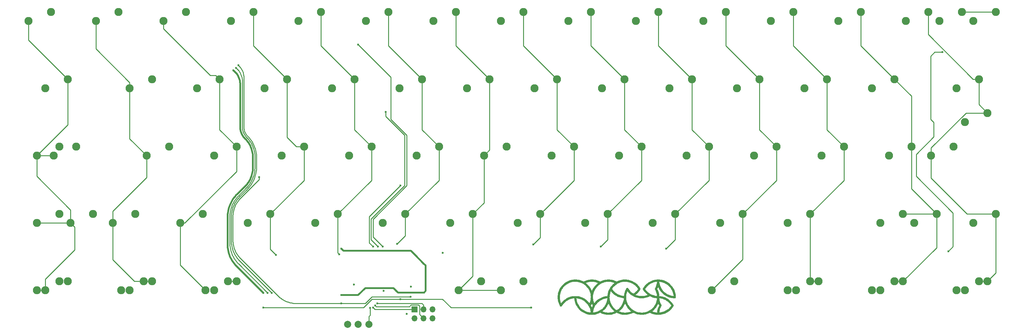
<source format=gbr>
G04 #@! TF.GenerationSoftware,KiCad,Pcbnew,(5.99.0-4079-gfad0916f0)*
G04 #@! TF.CreationDate,2020-11-08T20:09:33-05:00*
G04 #@! TF.ProjectId,plain60-c,706c6169-6e36-4302-9d63-2e6b69636164,rev?*
G04 #@! TF.SameCoordinates,Original*
G04 #@! TF.FileFunction,Copper,L1,Top*
G04 #@! TF.FilePolarity,Positive*
%FSLAX46Y46*%
G04 Gerber Fmt 4.6, Leading zero omitted, Abs format (unit mm)*
G04 Created by KiCad (PCBNEW (5.99.0-4079-gfad0916f0)) date 2020-11-08 20:09:33*
%MOMM*%
%LPD*%
G01*
G04 APERTURE LIST*
G04 #@! TA.AperFunction,ComponentPad*
%ADD10C,2.286000*%
G04 #@! TD*
G04 #@! TA.AperFunction,ComponentPad*
%ADD11C,2.000000*%
G04 #@! TD*
G04 #@! TA.AperFunction,ComponentPad*
%ADD12O,1.700000X1.700000*%
G04 #@! TD*
G04 #@! TA.AperFunction,ComponentPad*
%ADD13R,1.700000X1.700000*%
G04 #@! TD*
G04 #@! TA.AperFunction,ViaPad*
%ADD14C,0.600000*%
G04 #@! TD*
G04 #@! TA.AperFunction,Conductor*
%ADD15C,0.250000*%
G04 #@! TD*
G04 #@! TA.AperFunction,Conductor*
%ADD16C,0.500000*%
G04 #@! TD*
G04 APERTURE END LIST*
G36*
X155102556Y-85002033D02*
G01*
X155105677Y-84861825D01*
X155110897Y-84732765D01*
X155118215Y-84620479D01*
X155127631Y-84530594D01*
X155128206Y-84526433D01*
X155194346Y-84145239D01*
X155283706Y-83779778D01*
X155396946Y-83428511D01*
X155534729Y-83089898D01*
X155697717Y-82762397D01*
X155886572Y-82444469D01*
X156101955Y-82134573D01*
X156223662Y-81977334D01*
X156291671Y-81896745D01*
X156376205Y-81803265D01*
X156471986Y-81702217D01*
X156573734Y-81598927D01*
X156676170Y-81498718D01*
X156774016Y-81406915D01*
X156861993Y-81328842D01*
X156889724Y-81305541D01*
X157185079Y-81079565D01*
X157495657Y-80875897D01*
X157819271Y-80695587D01*
X158153734Y-80539685D01*
X158496861Y-80409242D01*
X158846466Y-80305306D01*
X159087261Y-80250210D01*
X159215406Y-80225088D01*
X159327378Y-80204954D01*
X159428998Y-80189278D01*
X159526085Y-80177531D01*
X159624461Y-80169183D01*
X159729944Y-80163704D01*
X159848355Y-80160566D01*
X159985514Y-80159239D01*
X160088771Y-80159098D01*
X160243150Y-80159791D01*
X160374923Y-80161961D01*
X160489877Y-80166140D01*
X160593803Y-80172860D01*
X160692490Y-80182653D01*
X160791726Y-80196052D01*
X160897300Y-80213587D01*
X161015002Y-80235792D01*
X161092771Y-80251357D01*
X161438269Y-80335338D01*
X161783533Y-80446632D01*
X162125680Y-80584267D01*
X162256250Y-80644209D01*
X162434914Y-80729114D01*
X162572917Y-80659834D01*
X162887317Y-80517260D01*
X163219277Y-80396172D01*
X163567260Y-80297025D01*
X163929730Y-80220268D01*
X164215561Y-80176982D01*
X164295876Y-80169462D01*
X164398935Y-80163822D01*
X164519142Y-80160030D01*
X164650906Y-80158054D01*
X164788633Y-80157861D01*
X164926730Y-80159419D01*
X165059602Y-80162694D01*
X165181659Y-80167655D01*
X165287304Y-80174268D01*
X165370947Y-80182502D01*
X165380438Y-80183762D01*
X165753491Y-80247618D01*
X166112063Y-80333895D01*
X166454871Y-80442209D01*
X166780633Y-80572174D01*
X166967330Y-80660364D01*
X167106599Y-80730252D01*
X167205962Y-80680137D01*
X167530400Y-80531773D01*
X167869583Y-80405923D01*
X168219579Y-80303691D01*
X168576458Y-80226181D01*
X168936288Y-80174497D01*
X169043307Y-80164270D01*
X169147987Y-80157911D01*
X169272280Y-80154376D01*
X169409485Y-80153521D01*
X169552901Y-80155202D01*
X169695827Y-80159277D01*
X169831562Y-80165601D01*
X169953405Y-80174030D01*
X170054655Y-80184422D01*
X170068357Y-80186238D01*
X170440524Y-80249904D01*
X170797893Y-80336248D01*
X171139413Y-80444954D01*
X171464030Y-80575709D01*
X171620867Y-80649851D01*
X171788309Y-80733174D01*
X171954703Y-80649881D01*
X172261986Y-80511069D01*
X172586417Y-80393259D01*
X172925208Y-80297215D01*
X173275569Y-80223697D01*
X173634711Y-80173469D01*
X173733458Y-80163944D01*
X173831776Y-80157839D01*
X173950578Y-80154413D01*
X174083248Y-80153520D01*
X174223173Y-80155018D01*
X174363739Y-80158762D01*
X174498333Y-80164608D01*
X174620341Y-80172413D01*
X174723149Y-80182032D01*
X174756277Y-80186198D01*
X175139115Y-80252394D01*
X175508501Y-80343571D01*
X175864827Y-80459904D01*
X176208483Y-80601562D01*
X176539860Y-80768719D01*
X176859350Y-80961545D01*
X177167344Y-81180212D01*
X177345533Y-81322842D01*
X177569422Y-81523831D01*
X177788467Y-81747670D01*
X177997722Y-81988796D01*
X178192239Y-82241647D01*
X178297513Y-82393214D01*
X178362252Y-82492127D01*
X178411577Y-82572417D01*
X178447338Y-82638024D01*
X178471387Y-82692891D01*
X178485572Y-82740959D01*
X178491746Y-82786169D01*
X178492406Y-82808356D01*
X178490244Y-82848211D01*
X178482559Y-82888060D01*
X178467556Y-82931607D01*
X178443440Y-82982555D01*
X178408413Y-83044608D01*
X178360682Y-83121470D01*
X178298450Y-83216843D01*
X178283208Y-83239814D01*
X178129655Y-83455663D01*
X177956876Y-83671775D01*
X177770516Y-83881945D01*
X177576220Y-84079966D01*
X177379633Y-84259634D01*
X177280429Y-84342103D01*
X177112580Y-84476713D01*
X177188092Y-84510308D01*
X177230748Y-84527680D01*
X177292504Y-84550771D01*
X177365384Y-84576685D01*
X177441412Y-84602527D01*
X177448279Y-84604797D01*
X177787891Y-84702142D01*
X178130243Y-84771328D01*
X178474468Y-84812376D01*
X178819701Y-84825308D01*
X179165075Y-84810147D01*
X179509725Y-84766913D01*
X179852784Y-84695631D01*
X180193385Y-84596320D01*
X180378131Y-84530228D01*
X180509437Y-84480136D01*
X180392337Y-84388653D01*
X180112227Y-84151827D01*
X179849674Y-83892844D01*
X179605226Y-83612306D01*
X179379432Y-83310815D01*
X179294433Y-83184444D01*
X179228431Y-83080316D01*
X179178954Y-82994484D01*
X179144711Y-82923113D01*
X179124413Y-82862366D01*
X179116771Y-82808405D01*
X179116840Y-82807457D01*
X179809331Y-82807457D01*
X179873300Y-82903382D01*
X179986255Y-83061266D01*
X180118392Y-83226509D01*
X180263953Y-83392859D01*
X180417181Y-83554066D01*
X180572317Y-83703879D01*
X180723603Y-83836047D01*
X180758234Y-83864077D01*
X181043235Y-84073092D01*
X181342439Y-84258024D01*
X181654309Y-84418120D01*
X181977309Y-84552631D01*
X182309905Y-84660805D01*
X182476554Y-84704121D01*
X182592115Y-84729946D01*
X182713405Y-84753940D01*
X182833546Y-84774965D01*
X182945657Y-84791881D01*
X183042862Y-84803552D01*
X183106876Y-84808421D01*
X183154176Y-84810549D01*
X183144879Y-84714660D01*
X183107023Y-84433790D01*
X183048317Y-84148171D01*
X182970627Y-83863760D01*
X182875821Y-83586511D01*
X182765765Y-83322379D01*
X182642326Y-83077320D01*
X182618329Y-83034822D01*
X182586040Y-82977363D01*
X182565679Y-82935230D01*
X182554483Y-82899430D01*
X182549691Y-82860970D01*
X182548542Y-82810856D01*
X182548529Y-82807529D01*
X182548986Y-82760443D01*
X182552350Y-82723923D01*
X182561052Y-82690433D01*
X182577520Y-82652436D01*
X182604185Y-82602397D01*
X182628730Y-82558797D01*
X182752879Y-82317381D01*
X182864176Y-82055893D01*
X182960704Y-81780485D01*
X183040548Y-81497306D01*
X183101790Y-81212507D01*
X183142516Y-80932240D01*
X183146026Y-80898268D01*
X183155680Y-80800249D01*
X183043702Y-80810077D01*
X182735636Y-80850619D01*
X182424608Y-80917885D01*
X182113531Y-81010802D01*
X181805321Y-81128294D01*
X181502893Y-81269290D01*
X181209162Y-81432716D01*
X181013259Y-81557876D01*
X180829253Y-81692216D01*
X180641902Y-81847973D01*
X180456594Y-82019727D01*
X180278717Y-82202058D01*
X180113660Y-82389549D01*
X179966811Y-82576779D01*
X179887311Y-82690295D01*
X179809331Y-82807457D01*
X179116840Y-82807457D01*
X179120497Y-82757394D01*
X179133903Y-82706657D01*
X179150733Y-82669314D01*
X179181314Y-82613308D01*
X179222883Y-82543093D01*
X179272674Y-82463124D01*
X179327921Y-82377855D01*
X179385859Y-82291740D01*
X179436131Y-82219838D01*
X179619723Y-81980887D01*
X179825217Y-81746440D01*
X180046932Y-81522181D01*
X180279183Y-81313791D01*
X180516286Y-81126953D01*
X180562699Y-81093447D01*
X180882092Y-80882889D01*
X181029721Y-80800061D01*
X183816282Y-80800061D01*
X183825985Y-80891071D01*
X183877317Y-81245123D01*
X183954782Y-81588359D01*
X184058663Y-81921750D01*
X184189241Y-82246265D01*
X184267679Y-82411614D01*
X184436876Y-82719110D01*
X184628209Y-83009456D01*
X184840520Y-83281775D01*
X185072653Y-83535187D01*
X185323451Y-83768812D01*
X185591755Y-83981771D01*
X185876410Y-84173184D01*
X186176258Y-84342171D01*
X186490142Y-84487854D01*
X186816906Y-84609353D01*
X187155391Y-84705788D01*
X187339437Y-84746494D01*
X187414694Y-84760430D01*
X187499421Y-84774387D01*
X187586093Y-84787301D01*
X187667184Y-84798104D01*
X187735169Y-84805731D01*
X187781418Y-84809086D01*
X187829547Y-84810549D01*
X187819889Y-84700454D01*
X187779828Y-84396127D01*
X187713468Y-84088632D01*
X187622170Y-83781293D01*
X187507297Y-83477438D01*
X187370208Y-83180391D01*
X187212264Y-82893480D01*
X187034828Y-82620030D01*
X186888344Y-82423972D01*
X186825024Y-82348364D01*
X186745756Y-82260102D01*
X186655504Y-82164190D01*
X186559229Y-82065630D01*
X186461895Y-81969424D01*
X186368465Y-81880575D01*
X186283901Y-81804086D01*
X186220371Y-81750660D01*
X186055676Y-81627151D01*
X185872551Y-81503718D01*
X185678781Y-81384978D01*
X185482150Y-81275543D01*
X185290446Y-81180030D01*
X185162037Y-81123379D01*
X184948642Y-81042119D01*
X184724127Y-80969665D01*
X184495725Y-80907857D01*
X184270670Y-80858532D01*
X184056195Y-80823528D01*
X183926285Y-80809359D01*
X183816282Y-80800061D01*
X181029721Y-80800061D01*
X181211123Y-80698285D01*
X181548814Y-80540062D01*
X181894190Y-80408650D01*
X182246271Y-80304478D01*
X182484241Y-80250373D01*
X182612326Y-80225384D01*
X182724538Y-80205347D01*
X182826702Y-80189729D01*
X182924644Y-80178000D01*
X183024190Y-80169630D01*
X183131164Y-80164087D01*
X183251393Y-80160841D01*
X183390702Y-80159360D01*
X183485751Y-80159098D01*
X183638416Y-80159523D01*
X183768504Y-80161410D01*
X183881836Y-80165289D01*
X183984232Y-80171690D01*
X184081512Y-80181141D01*
X184179495Y-80194173D01*
X184284003Y-80211315D01*
X184400854Y-80233097D01*
X184487261Y-80250210D01*
X184815215Y-80327805D01*
X185132818Y-80427166D01*
X185446349Y-80550437D01*
X185673447Y-80655373D01*
X185962716Y-80807094D01*
X186229834Y-80968673D01*
X186480461Y-81144147D01*
X186720255Y-81337554D01*
X186954875Y-81552932D01*
X187016218Y-81613519D01*
X187273330Y-81889836D01*
X187505391Y-82178883D01*
X187713501Y-82482290D01*
X187898760Y-82801683D01*
X188062271Y-83138690D01*
X188088587Y-83199261D01*
X188197336Y-83480338D01*
X188290233Y-83775409D01*
X188366024Y-84078518D01*
X188423454Y-84383707D01*
X188461269Y-84685021D01*
X188478213Y-84976502D01*
X188479047Y-85052677D01*
X188478815Y-85126996D01*
X188477266Y-85179590D01*
X188473190Y-85217146D01*
X188465379Y-85246350D01*
X188452625Y-85273889D01*
X188433717Y-85306448D01*
X188432927Y-85307764D01*
X188393976Y-85362729D01*
X188349260Y-85401685D01*
X188310555Y-85424334D01*
X188272286Y-85442836D01*
X188237933Y-85454509D01*
X188198987Y-85460881D01*
X188146941Y-85463481D01*
X188090365Y-85463870D01*
X187779140Y-85451290D01*
X187459127Y-85414952D01*
X187135162Y-85356030D01*
X186812085Y-85275697D01*
X186494732Y-85175126D01*
X186187942Y-85055490D01*
X185948648Y-84944486D01*
X185687507Y-84805755D01*
X185446635Y-84660202D01*
X185219999Y-84503460D01*
X185001568Y-84331161D01*
X184785307Y-84138940D01*
X184635965Y-83994172D01*
X184457937Y-83809509D01*
X184300063Y-83630722D01*
X184157063Y-83451023D01*
X184023656Y-83263626D01*
X183894563Y-83061743D01*
X183841315Y-82972626D01*
X183794563Y-82889123D01*
X183741702Y-82788410D01*
X183686438Y-82678113D01*
X183632476Y-82565858D01*
X183583522Y-82459272D01*
X183543281Y-82365982D01*
X183528069Y-82327957D01*
X183488266Y-82224838D01*
X183421822Y-82384780D01*
X183387758Y-82464176D01*
X183349176Y-82550035D01*
X183311699Y-82630009D01*
X183290217Y-82673739D01*
X183225055Y-82802757D01*
X183302450Y-82961513D01*
X183452908Y-83302130D01*
X183577169Y-83652426D01*
X183674665Y-84010386D01*
X183744827Y-84373992D01*
X183779341Y-84651013D01*
X183796931Y-84835521D01*
X183918354Y-84845028D01*
X184105876Y-84864987D01*
X184309588Y-84896076D01*
X184520359Y-84936539D01*
X184729056Y-84984622D01*
X184926548Y-85038572D01*
X184927641Y-85038898D01*
X185271995Y-85156269D01*
X185607203Y-85299574D01*
X185931510Y-85467472D01*
X186243160Y-85658622D01*
X186540396Y-85871681D01*
X186821462Y-86105310D01*
X187084603Y-86358165D01*
X187328061Y-86628905D01*
X187550082Y-86916190D01*
X187720783Y-87172632D01*
X187771593Y-87256472D01*
X187808148Y-87322071D01*
X187832393Y-87374531D01*
X187846273Y-87418953D01*
X187851731Y-87460439D01*
X187850713Y-87504089D01*
X187850063Y-87511793D01*
X187844350Y-87552451D01*
X187833258Y-87591462D01*
X187813964Y-87635554D01*
X187783642Y-87691455D01*
X187752423Y-87744418D01*
X187561812Y-88035476D01*
X187346606Y-88315903D01*
X187109476Y-88583049D01*
X186853096Y-88834266D01*
X186580136Y-89066905D01*
X186293269Y-89278315D01*
X186046398Y-89435840D01*
X185744551Y-89602291D01*
X185436976Y-89745541D01*
X185120389Y-89866711D01*
X184791503Y-89966919D01*
X184447033Y-90047284D01*
X184083694Y-90108925D01*
X184061086Y-90112071D01*
X183989408Y-90119240D01*
X183894528Y-90124720D01*
X183781604Y-90128543D01*
X183655794Y-90130742D01*
X183522254Y-90131349D01*
X183386144Y-90130397D01*
X183252620Y-90127919D01*
X183126840Y-90123946D01*
X183013962Y-90118512D01*
X182919144Y-90111649D01*
X182854840Y-90104468D01*
X182477234Y-90037980D01*
X182113236Y-89948086D01*
X181764040Y-89835151D01*
X181430841Y-89699539D01*
X181258067Y-89617050D01*
X181147051Y-89561139D01*
X180981054Y-89641898D01*
X180657018Y-89785518D01*
X180323994Y-89905083D01*
X179978940Y-90001522D01*
X179618812Y-90075760D01*
X179486814Y-90096943D01*
X179384935Y-90109197D01*
X179261211Y-90119377D01*
X179122144Y-90127323D01*
X178974234Y-90132874D01*
X178823985Y-90135871D01*
X178677898Y-90136153D01*
X178542473Y-90133561D01*
X178424214Y-90127934D01*
X178377058Y-90124255D01*
X178019231Y-90078777D01*
X177664976Y-90008057D01*
X177318041Y-89913151D01*
X176982176Y-89795114D01*
X176661131Y-89655002D01*
X176595963Y-89622882D01*
X176468143Y-89558564D01*
X176333155Y-89626219D01*
X176013034Y-89771412D01*
X175677699Y-89894255D01*
X175330663Y-89993760D01*
X174975441Y-90068941D01*
X174615549Y-90118811D01*
X174559097Y-90124255D01*
X174450994Y-90131341D01*
X174322713Y-90135319D01*
X174180757Y-90136349D01*
X174031627Y-90134589D01*
X173881826Y-90130202D01*
X173737854Y-90123345D01*
X173606214Y-90114181D01*
X173493407Y-90102868D01*
X173449341Y-90096943D01*
X173073602Y-90027825D01*
X172709822Y-89934461D01*
X172359587Y-89817335D01*
X172024481Y-89676929D01*
X171939973Y-89636644D01*
X171787261Y-89561948D01*
X171634548Y-89636644D01*
X171303725Y-89782881D01*
X170956672Y-89905947D01*
X170593754Y-90005731D01*
X170215333Y-90082127D01*
X170066804Y-90105108D01*
X169991653Y-90113225D01*
X169893932Y-90119898D01*
X169778866Y-90125096D01*
X169651680Y-90128790D01*
X169517600Y-90130947D01*
X169381852Y-90131539D01*
X169249661Y-90130534D01*
X169126253Y-90127902D01*
X169016854Y-90123613D01*
X168926689Y-90117636D01*
X168875069Y-90112059D01*
X168504425Y-90050302D01*
X168153670Y-89969461D01*
X167821231Y-89869067D01*
X167505535Y-89748656D01*
X167247069Y-89629158D01*
X167109505Y-89560099D01*
X166957542Y-89635169D01*
X166620807Y-89785698D01*
X166272800Y-89910227D01*
X165914034Y-90008612D01*
X165545020Y-90080704D01*
X165275623Y-90116002D01*
X165199995Y-90122131D01*
X165103128Y-90127246D01*
X164991309Y-90131264D01*
X164870823Y-90134100D01*
X164747957Y-90135672D01*
X164628996Y-90135894D01*
X164520228Y-90134683D01*
X164427938Y-90131954D01*
X164364722Y-90128179D01*
X163994858Y-90083215D01*
X163631628Y-90011518D01*
X163276439Y-89913908D01*
X162930692Y-89791206D01*
X162595794Y-89644231D01*
X162273147Y-89473804D01*
X161964156Y-89280745D01*
X161670225Y-89065874D01*
X161392758Y-88830012D01*
X161133160Y-88573978D01*
X160892834Y-88298594D01*
X160673185Y-88004680D01*
X160636062Y-87950035D01*
X160432765Y-87622360D01*
X160256974Y-87287788D01*
X160108531Y-86945888D01*
X159987276Y-86596229D01*
X159893051Y-86238383D01*
X159825697Y-85871920D01*
X159803481Y-85698413D01*
X159794916Y-85623849D01*
X159786989Y-85559852D01*
X159780372Y-85511478D01*
X159775736Y-85483783D01*
X159774373Y-85479274D01*
X159759059Y-85478719D01*
X159720831Y-85481375D01*
X159664946Y-85486770D01*
X159596663Y-85494436D01*
X159573677Y-85497215D01*
X159224069Y-85554234D01*
X158883482Y-85637877D01*
X158553089Y-85747465D01*
X158234059Y-85882315D01*
X157927565Y-86041748D01*
X157634777Y-86225081D01*
X157356866Y-86431635D01*
X157095005Y-86660729D01*
X156850363Y-86911681D01*
X156624112Y-87183811D01*
X156586155Y-87234018D01*
X156533128Y-87307235D01*
X156478138Y-87386631D01*
X156427608Y-87462737D01*
X156387958Y-87526086D01*
X156387274Y-87527237D01*
X156339451Y-87605756D01*
X156300821Y-87663624D01*
X156267526Y-87705427D01*
X156235708Y-87735750D01*
X156201507Y-87759179D01*
X156183936Y-87768892D01*
X156109386Y-87793946D01*
X156025223Y-87800067D01*
X155943010Y-87787263D01*
X155895878Y-87768681D01*
X155858658Y-87745996D01*
X155824533Y-87717044D01*
X155790795Y-87678134D01*
X155754738Y-87625574D01*
X155713653Y-87555672D01*
X155664835Y-87464738D01*
X155645265Y-87426958D01*
X155501198Y-87123722D01*
X155379829Y-86816874D01*
X155279715Y-86501778D01*
X155199418Y-86173800D01*
X155137496Y-85828304D01*
X155127973Y-85762339D01*
X155118477Y-85673387D01*
X155111086Y-85561828D01*
X155105799Y-85433287D01*
X155102616Y-85293390D01*
X155101582Y-85153984D01*
X155736770Y-85153984D01*
X155739952Y-85302934D01*
X155746180Y-85449917D01*
X155755252Y-85587673D01*
X155766965Y-85708940D01*
X155775600Y-85773544D01*
X155810784Y-85976377D01*
X155853200Y-86169265D01*
X155905034Y-86360102D01*
X155968471Y-86556785D01*
X156045696Y-86767207D01*
X156062799Y-86811155D01*
X156069643Y-86824423D01*
X156078706Y-86827220D01*
X156093474Y-86816745D01*
X156117433Y-86790201D01*
X156154069Y-86744788D01*
X156168956Y-86725920D01*
X156213956Y-86670418D01*
X156271438Y-86601939D01*
X156334644Y-86528411D01*
X156396819Y-86457765D01*
X156409159Y-86443987D01*
X156640288Y-86206432D01*
X156894668Y-85981292D01*
X157169019Y-85770821D01*
X157460060Y-85577272D01*
X157638358Y-85475151D01*
X160420180Y-85475151D01*
X160429675Y-85558370D01*
X160469575Y-85847942D01*
X160521661Y-86117373D01*
X160587810Y-86372993D01*
X160669896Y-86621136D01*
X160769793Y-86868133D01*
X160889377Y-87120316D01*
X160895919Y-87133200D01*
X161066733Y-87437715D01*
X161260010Y-87725415D01*
X161474643Y-87995349D01*
X161709523Y-88246563D01*
X161963543Y-88478107D01*
X162235595Y-88689028D01*
X162524570Y-88878374D01*
X162829361Y-89045193D01*
X163148859Y-89188532D01*
X163391991Y-89278216D01*
X163519136Y-89318162D01*
X163656514Y-89356349D01*
X163798582Y-89391607D01*
X163939798Y-89422764D01*
X164074618Y-89448649D01*
X164197500Y-89468090D01*
X164302901Y-89479918D01*
X164361170Y-89483003D01*
X164428648Y-89484263D01*
X164428648Y-89425711D01*
X165110527Y-89425711D01*
X165111830Y-89462804D01*
X165120640Y-89479554D01*
X165144306Y-89484029D01*
X165163799Y-89484186D01*
X165197768Y-89482098D01*
X165252663Y-89476443D01*
X165321338Y-89468046D01*
X165396648Y-89457728D01*
X165408905Y-89455944D01*
X165749170Y-89391772D01*
X166081870Y-89300722D01*
X166405503Y-89183671D01*
X166462202Y-89157922D01*
X167751370Y-89157922D01*
X167819567Y-89187162D01*
X167974477Y-89247066D01*
X168151030Y-89304071D01*
X168342487Y-89356558D01*
X168542109Y-89402909D01*
X168743155Y-89441506D01*
X168938886Y-89470730D01*
X169052641Y-89483249D01*
X169134314Y-89488500D01*
X169237552Y-89491513D01*
X169355939Y-89492421D01*
X169483060Y-89491359D01*
X169612501Y-89488461D01*
X169737846Y-89483862D01*
X169852681Y-89477695D01*
X169950592Y-89470094D01*
X170011534Y-89463195D01*
X170315199Y-89411950D01*
X170604985Y-89343287D01*
X170891244Y-89254623D01*
X170992721Y-89218311D01*
X171050524Y-89196213D01*
X171096864Y-89177123D01*
X171126226Y-89163401D01*
X171133793Y-89157968D01*
X171132010Y-89156035D01*
X172444209Y-89156035D01*
X172455057Y-89164860D01*
X172488323Y-89180745D01*
X172539413Y-89201939D01*
X172603732Y-89226691D01*
X172676687Y-89253251D01*
X172753685Y-89279868D01*
X172830132Y-89304791D01*
X172854154Y-89312254D01*
X173052014Y-89366422D01*
X173266990Y-89413770D01*
X173488187Y-89452205D01*
X173704705Y-89479637D01*
X173747644Y-89483722D01*
X173844394Y-89490087D01*
X173960647Y-89494157D01*
X174087816Y-89495934D01*
X174217311Y-89495417D01*
X174340541Y-89492609D01*
X174448919Y-89487512D01*
X174500572Y-89483599D01*
X174710492Y-89459587D01*
X174924878Y-89425804D01*
X175129819Y-89384540D01*
X175194688Y-89369259D01*
X175272336Y-89348796D01*
X175361225Y-89323097D01*
X175455410Y-89294113D01*
X175548943Y-89263796D01*
X175635877Y-89234099D01*
X175710267Y-89206973D01*
X175766165Y-89184371D01*
X175785345Y-89175364D01*
X175827110Y-89154009D01*
X175785345Y-89123806D01*
X175725513Y-89078090D01*
X175651014Y-89017430D01*
X175567499Y-88946741D01*
X175480617Y-88870943D01*
X175396017Y-88794951D01*
X175319350Y-88723683D01*
X175265420Y-88671274D01*
X175036631Y-88424807D01*
X174821370Y-88157557D01*
X174622548Y-87874010D01*
X174443080Y-87578651D01*
X174285878Y-87275965D01*
X174153856Y-86970437D01*
X174143936Y-86944603D01*
X174136182Y-86927158D01*
X174128743Y-86923614D01*
X174118805Y-86937341D01*
X174103555Y-86971706D01*
X174087102Y-87012636D01*
X174011730Y-87188042D01*
X173920960Y-87375549D01*
X173819210Y-87566897D01*
X173710897Y-87753826D01*
X173600439Y-87928076D01*
X173585701Y-87950035D01*
X173437643Y-88154950D01*
X173270047Y-88362153D01*
X173088908Y-88565092D01*
X172900225Y-88757214D01*
X172709994Y-88931967D01*
X172611198Y-89014814D01*
X172553501Y-89061894D01*
X172504245Y-89102829D01*
X172467412Y-89134252D01*
X172446985Y-89152795D01*
X172444209Y-89156035D01*
X171132010Y-89156035D01*
X171123313Y-89146607D01*
X171094562Y-89121096D01*
X171051576Y-89084882D01*
X170998390Y-89041412D01*
X170981081Y-89027498D01*
X170708608Y-88791325D01*
X170452930Y-88533191D01*
X170215528Y-88255064D01*
X169997881Y-87958914D01*
X169801469Y-87646708D01*
X169627772Y-87320417D01*
X169520100Y-87083762D01*
X169488636Y-87011295D01*
X169465688Y-86962954D01*
X169449831Y-86936250D01*
X169439638Y-86928695D01*
X169434663Y-86934601D01*
X169356249Y-87129587D01*
X169259594Y-87336329D01*
X169148154Y-87548238D01*
X169025383Y-87758725D01*
X168902304Y-87950035D01*
X168681640Y-88251513D01*
X168439421Y-88534630D01*
X168175312Y-88799747D01*
X167893698Y-89043438D01*
X167751370Y-89157922D01*
X166462202Y-89157922D01*
X166718571Y-89041497D01*
X167019574Y-88875077D01*
X167307014Y-88685290D01*
X167579390Y-88473012D01*
X167835204Y-88239123D01*
X168072956Y-87984499D01*
X168211822Y-87815080D01*
X168342592Y-87635049D01*
X168471303Y-87434928D01*
X168593700Y-87222443D01*
X168705532Y-87005322D01*
X168802544Y-86791291D01*
X168868668Y-86621791D01*
X168909954Y-86498164D01*
X168951522Y-86358990D01*
X168990948Y-86213454D01*
X169025811Y-86070743D01*
X169053691Y-85940041D01*
X169065272Y-85875986D01*
X169077385Y-85798583D01*
X169088515Y-85719519D01*
X169098072Y-85643993D01*
X169105468Y-85577202D01*
X169110115Y-85524344D01*
X169111425Y-85490617D01*
X169109969Y-85481094D01*
X169094451Y-85480573D01*
X169056254Y-85483377D01*
X169000848Y-85489002D01*
X168933705Y-85496944D01*
X168922073Y-85498418D01*
X168569086Y-85557333D01*
X168226881Y-85642497D01*
X167895257Y-85753994D01*
X167574012Y-85891909D01*
X167262945Y-86056324D01*
X166961856Y-86247325D01*
X166744568Y-86406440D01*
X166661139Y-86475100D01*
X166565097Y-86560677D01*
X166461672Y-86657978D01*
X166356093Y-86761810D01*
X166253592Y-86866980D01*
X166159398Y-86968296D01*
X166078742Y-87060566D01*
X166048310Y-87097686D01*
X165870454Y-87338886D01*
X165705209Y-87600001D01*
X165555756Y-87874899D01*
X165425279Y-88157450D01*
X165316962Y-88441523D01*
X165265158Y-88605905D01*
X165234875Y-88717486D01*
X165205678Y-88838070D01*
X165178599Y-88962189D01*
X165154668Y-89084374D01*
X165134917Y-89199156D01*
X165120379Y-89301068D01*
X165112083Y-89384639D01*
X165110527Y-89425711D01*
X164428648Y-89425711D01*
X164425697Y-89372754D01*
X164417477Y-89298338D01*
X164404938Y-89208729D01*
X164389027Y-89110190D01*
X164370695Y-89008988D01*
X164350890Y-88911385D01*
X164350359Y-88908927D01*
X164283180Y-88638328D01*
X164200498Y-88379141D01*
X164099036Y-88121911D01*
X164010644Y-87928726D01*
X163845760Y-87618892D01*
X163757598Y-87480875D01*
X164509469Y-87480875D01*
X164594761Y-87662183D01*
X164630343Y-87738970D01*
X164665632Y-87817125D01*
X164696737Y-87887909D01*
X164719769Y-87942585D01*
X164721269Y-87946308D01*
X164741520Y-87994726D01*
X164758247Y-88030881D01*
X164768455Y-88048401D01*
X164769588Y-88049125D01*
X164777820Y-88036932D01*
X164793278Y-88004601D01*
X164812967Y-87958503D01*
X164817906Y-87946308D01*
X164840048Y-87893452D01*
X164870604Y-87823726D01*
X164905682Y-87745868D01*
X164941392Y-87668616D01*
X164944406Y-87662200D01*
X165029690Y-87480909D01*
X164928051Y-87269809D01*
X164894112Y-87198873D01*
X164864982Y-87137136D01*
X164842714Y-87089017D01*
X164829358Y-87058933D01*
X164826411Y-87050963D01*
X164821232Y-87034582D01*
X164807953Y-87000964D01*
X164796822Y-86974563D01*
X164767232Y-86905907D01*
X164719677Y-87023399D01*
X164694066Y-87084118D01*
X164660466Y-87160182D01*
X164623428Y-87241442D01*
X164590796Y-87310883D01*
X164509469Y-87480875D01*
X163757598Y-87480875D01*
X163658925Y-87326406D01*
X163451277Y-87052064D01*
X163223959Y-86796663D01*
X162978109Y-86560998D01*
X162714867Y-86345866D01*
X162435375Y-86152063D01*
X162140772Y-85980384D01*
X161832198Y-85831626D01*
X161510794Y-85706585D01*
X161177699Y-85606056D01*
X160834054Y-85530837D01*
X160510180Y-85484737D01*
X160420180Y-85475151D01*
X157638358Y-85475151D01*
X157764510Y-85402897D01*
X158079090Y-85249951D01*
X158256221Y-85175389D01*
X158559505Y-85066025D01*
X158869099Y-84977285D01*
X159190363Y-84907851D01*
X159528659Y-84856405D01*
X159577362Y-84850600D01*
X159654851Y-84843969D01*
X159754674Y-84838916D01*
X159870799Y-84835442D01*
X159997191Y-84833545D01*
X160127816Y-84833227D01*
X160256642Y-84834487D01*
X160377636Y-84837324D01*
X160484762Y-84841740D01*
X160571989Y-84847735D01*
X160600180Y-84850600D01*
X160982859Y-84908356D01*
X161355059Y-84991851D01*
X161715884Y-85100594D01*
X162064435Y-85234094D01*
X162399813Y-85391861D01*
X162721122Y-85573403D01*
X163027463Y-85778230D01*
X163317938Y-86005850D01*
X163591649Y-86255773D01*
X163847698Y-86527507D01*
X163998619Y-86708525D01*
X164038038Y-86757178D01*
X164071100Y-86796253D01*
X164093825Y-86821152D01*
X164101852Y-86827775D01*
X164109963Y-86815101D01*
X164125257Y-86780306D01*
X164145962Y-86728235D01*
X164170305Y-86663728D01*
X164196512Y-86591630D01*
X164222810Y-86516783D01*
X164247427Y-86444029D01*
X164268590Y-86378212D01*
X164278684Y-86344778D01*
X164332956Y-86141176D01*
X164374877Y-85941897D01*
X164405540Y-85739422D01*
X164426037Y-85526238D01*
X164437460Y-85294828D01*
X164438819Y-85242732D01*
X164439796Y-85130180D01*
X165094001Y-85130180D01*
X165103772Y-85450388D01*
X165134074Y-85756114D01*
X165185806Y-86053418D01*
X165259870Y-86348357D01*
X165289938Y-86448026D01*
X165314642Y-86523662D01*
X165341246Y-86600052D01*
X165367908Y-86672457D01*
X165392786Y-86736141D01*
X165414038Y-86786367D01*
X165429822Y-86818396D01*
X165437593Y-86827775D01*
X165450222Y-86817289D01*
X165476245Y-86788845D01*
X165511686Y-86746972D01*
X165546820Y-86703474D01*
X165785206Y-86425143D01*
X166043578Y-86166161D01*
X166320351Y-85927388D01*
X166613939Y-85709682D01*
X166922757Y-85513904D01*
X167245218Y-85340912D01*
X167383985Y-85278959D01*
X169772584Y-85278959D01*
X169796440Y-85624579D01*
X169847332Y-85967420D01*
X169876815Y-86110097D01*
X169965669Y-86441925D01*
X170080933Y-86764826D01*
X170221599Y-87077322D01*
X170386658Y-87377934D01*
X170575102Y-87665182D01*
X170785922Y-87937588D01*
X171018110Y-88193673D01*
X171270658Y-88431957D01*
X171542558Y-88650963D01*
X171672592Y-88743958D01*
X171720358Y-88776124D01*
X171759251Y-88800991D01*
X171783439Y-88814889D01*
X171788044Y-88816590D01*
X171802747Y-88808873D01*
X171836001Y-88787747D01*
X171883184Y-88756250D01*
X171939679Y-88717416D01*
X171952432Y-88708516D01*
X172228354Y-88498325D01*
X172486053Y-88267134D01*
X172724316Y-88016572D01*
X172941926Y-87748264D01*
X173137668Y-87463837D01*
X173310325Y-87164918D01*
X173458683Y-86853134D01*
X173581524Y-86530112D01*
X173582366Y-86527592D01*
X173636022Y-86352650D01*
X173684315Y-86167565D01*
X173725517Y-85980448D01*
X173757903Y-85799414D01*
X173779746Y-85632578D01*
X173784807Y-85576116D01*
X173794165Y-85453818D01*
X173675025Y-85443898D01*
X173342502Y-85403275D01*
X173006449Y-85337189D01*
X172672276Y-85247145D01*
X172394328Y-85151489D01*
X174454493Y-85151489D01*
X174467857Y-85503410D01*
X174507171Y-85844679D01*
X174572875Y-86176950D01*
X174665406Y-86501882D01*
X174785201Y-86821129D01*
X174932697Y-87136347D01*
X175022998Y-87303670D01*
X175201952Y-87591998D01*
X175403742Y-87864792D01*
X175626673Y-88120849D01*
X175869050Y-88358971D01*
X176129179Y-88577957D01*
X176405365Y-88776606D01*
X176695913Y-88953719D01*
X176999129Y-89108094D01*
X177313318Y-89238531D01*
X177636785Y-89343831D01*
X177967835Y-89422792D01*
X178031646Y-89434753D01*
X178224139Y-89463224D01*
X178433991Y-89483579D01*
X178652521Y-89495530D01*
X178871049Y-89498788D01*
X179080893Y-89493065D01*
X179273373Y-89478074D01*
X179287932Y-89476446D01*
X179636969Y-89422388D01*
X179977340Y-89341615D01*
X180307865Y-89234820D01*
X180494616Y-89157591D01*
X181802362Y-89157591D01*
X181815183Y-89167346D01*
X181850697Y-89183952D01*
X181904476Y-89205785D01*
X181972094Y-89231222D01*
X182049124Y-89258642D01*
X182131139Y-89286421D01*
X182213713Y-89312937D01*
X182283841Y-89334088D01*
X182491077Y-89387603D01*
X182716225Y-89433586D01*
X182949355Y-89470176D01*
X183109297Y-89488935D01*
X183144914Y-89492872D01*
X183166545Y-89495933D01*
X183167712Y-89496195D01*
X183172931Y-89484283D01*
X183174933Y-89473184D01*
X183819588Y-89473184D01*
X183833295Y-89481392D01*
X183873833Y-89483341D01*
X183940330Y-89479066D01*
X184031910Y-89468603D01*
X184075292Y-89462704D01*
X184424895Y-89399198D01*
X184766562Y-89308592D01*
X185099106Y-89191305D01*
X185421343Y-89047762D01*
X185732087Y-88878382D01*
X185751579Y-88866658D01*
X186025459Y-88685133D01*
X186288525Y-88479159D01*
X186537640Y-88251640D01*
X186769666Y-88005480D01*
X186981466Y-87743585D01*
X187017683Y-87694330D01*
X187070862Y-87621255D01*
X187109210Y-87566901D01*
X187133624Y-87526330D01*
X187145000Y-87494602D01*
X187144236Y-87466779D01*
X187132229Y-87437920D01*
X187109875Y-87403087D01*
X187078715Y-87358277D01*
X186910470Y-87131433D01*
X186721197Y-86908973D01*
X186516373Y-86696484D01*
X186301478Y-86499551D01*
X186081992Y-86323763D01*
X186019969Y-86278744D01*
X185721932Y-86084586D01*
X185412102Y-85916089D01*
X185091417Y-85773618D01*
X184760816Y-85657540D01*
X184421238Y-85568221D01*
X184073621Y-85506027D01*
X184021131Y-85499097D01*
X183951007Y-85490875D01*
X183891457Y-85485056D01*
X183847909Y-85482083D01*
X183825786Y-85482399D01*
X183824269Y-85483011D01*
X183822384Y-85500473D01*
X183824835Y-85541130D01*
X183830970Y-85600206D01*
X183840133Y-85672929D01*
X183851672Y-85754521D01*
X183864932Y-85840210D01*
X183879259Y-85925220D01*
X183893999Y-86004776D01*
X183899504Y-86032250D01*
X183959679Y-86281616D01*
X184037930Y-86536064D01*
X184131203Y-86787361D01*
X184236444Y-87027273D01*
X184349867Y-87246276D01*
X184384357Y-87309445D01*
X184406491Y-87357251D01*
X184419276Y-87398231D01*
X184425717Y-87440922D01*
X184427579Y-87467037D01*
X184429035Y-87500096D01*
X184428181Y-87528086D01*
X184423345Y-87555742D01*
X184412855Y-87587802D01*
X184395041Y-87629002D01*
X184368231Y-87684078D01*
X184330752Y-87757767D01*
X184312268Y-87793771D01*
X184182988Y-88062851D01*
X184075765Y-88325309D01*
X183987939Y-88588532D01*
X183916848Y-88859904D01*
X183899167Y-88940302D01*
X183887184Y-89001662D01*
X183873946Y-89076971D01*
X183860374Y-89160070D01*
X183847387Y-89244800D01*
X183835904Y-89325002D01*
X183826846Y-89394518D01*
X183821133Y-89447188D01*
X183819588Y-89473184D01*
X183174933Y-89473184D01*
X183178999Y-89450649D01*
X183184790Y-89401913D01*
X183186043Y-89388374D01*
X183230402Y-89036373D01*
X183301470Y-88682916D01*
X183398105Y-88332151D01*
X183519163Y-87988225D01*
X183663501Y-87655289D01*
X183664045Y-87654148D01*
X183747676Y-87479010D01*
X183672195Y-87327414D01*
X183634896Y-87250293D01*
X183595650Y-87165527D01*
X183560197Y-87085664D01*
X183542660Y-87044171D01*
X183519613Y-86989461D01*
X183500524Y-86946797D01*
X183487848Y-86921518D01*
X183484137Y-86916992D01*
X183477208Y-86931144D01*
X183461915Y-86965990D01*
X183440676Y-87015936D01*
X183421095Y-87062845D01*
X183272925Y-87385412D01*
X183099919Y-87699289D01*
X182904229Y-88001583D01*
X182688005Y-88289400D01*
X182453400Y-88559850D01*
X182202565Y-88810038D01*
X181974968Y-89007224D01*
X181915855Y-89055694D01*
X181865462Y-89098260D01*
X181827568Y-89131629D01*
X181805952Y-89152509D01*
X181802362Y-89157591D01*
X180494616Y-89157591D01*
X180627361Y-89102696D01*
X180934649Y-88945936D01*
X181228545Y-88765234D01*
X181507870Y-88561282D01*
X181771441Y-88334774D01*
X182018078Y-88086403D01*
X182246598Y-87816862D01*
X182349536Y-87680124D01*
X182530022Y-87407520D01*
X182690657Y-87116957D01*
X182830091Y-86812042D01*
X182946973Y-86496380D01*
X183039953Y-86173576D01*
X183107679Y-85847235D01*
X183145819Y-85554621D01*
X183155227Y-85453447D01*
X183029270Y-85443196D01*
X182734959Y-85408118D01*
X182431891Y-85350958D01*
X182126620Y-85273567D01*
X181825698Y-85177797D01*
X181535679Y-85065498D01*
X181288473Y-84951363D01*
X181148894Y-84881319D01*
X181006151Y-84952951D01*
X180682423Y-85099666D01*
X180343130Y-85222775D01*
X179988700Y-85322152D01*
X179619561Y-85397674D01*
X179337652Y-85438073D01*
X179262177Y-85444735D01*
X179164630Y-85449906D01*
X179050698Y-85453585D01*
X178926066Y-85455770D01*
X178796419Y-85456461D01*
X178667442Y-85455654D01*
X178544822Y-85453348D01*
X178434243Y-85449542D01*
X178341392Y-85444235D01*
X178279319Y-85438377D01*
X177916763Y-85382982D01*
X177572579Y-85308376D01*
X177243143Y-85213331D01*
X176924832Y-85096619D01*
X176614023Y-84957013D01*
X176307092Y-84793286D01*
X176214630Y-84738922D01*
X175977267Y-84584952D01*
X175739984Y-84409185D01*
X175508507Y-84216633D01*
X175288563Y-84012310D01*
X175085877Y-83801228D01*
X174919181Y-83604880D01*
X174874250Y-83548755D01*
X174836036Y-83501916D01*
X174807747Y-83468227D01*
X174792591Y-83451551D01*
X174790945Y-83450476D01*
X174782448Y-83468217D01*
X174766963Y-83507773D01*
X174746311Y-83563945D01*
X174722311Y-83631534D01*
X174696782Y-83705343D01*
X174671544Y-83780173D01*
X174648416Y-83850826D01*
X174629217Y-83912104D01*
X174628165Y-83915583D01*
X174555655Y-84188677D01*
X174503319Y-84462444D01*
X174470236Y-84743425D01*
X174455488Y-85038162D01*
X174454493Y-85151489D01*
X172394328Y-85151489D01*
X172345393Y-85134648D01*
X172031210Y-85001203D01*
X171958675Y-84966412D01*
X171644587Y-84800251D01*
X171350980Y-84619624D01*
X171072064Y-84420891D01*
X170992283Y-84358703D01*
X170923613Y-84300952D01*
X170840986Y-84226393D01*
X170748843Y-84139482D01*
X170651623Y-84044674D01*
X170553765Y-83946424D01*
X170459710Y-83849187D01*
X170373896Y-83757419D01*
X170300765Y-83675575D01*
X170246359Y-83610158D01*
X170203245Y-83555388D01*
X170166162Y-83508446D01*
X170138817Y-83474013D01*
X170124917Y-83456769D01*
X170124395Y-83456155D01*
X170115241Y-83463085D01*
X170099089Y-83493105D01*
X170077484Y-83542209D01*
X170051969Y-83606388D01*
X170024089Y-83681636D01*
X169995387Y-83763945D01*
X169967408Y-83849308D01*
X169945916Y-83919353D01*
X169862429Y-84250757D01*
X169805659Y-84589515D01*
X169775684Y-84933093D01*
X169772584Y-85278959D01*
X167383985Y-85278959D01*
X167579739Y-85191565D01*
X167924733Y-85066723D01*
X168278615Y-84967244D01*
X168639800Y-84893989D01*
X168963855Y-84851759D01*
X169144979Y-84834280D01*
X169144979Y-84766894D01*
X169147619Y-84709704D01*
X169154994Y-84630773D01*
X169166284Y-84536222D01*
X169180669Y-84432174D01*
X169197331Y-84324750D01*
X169215451Y-84220074D01*
X169224682Y-84171288D01*
X169308190Y-83817299D01*
X169418639Y-83469358D01*
X169554847Y-83129541D01*
X169711623Y-82808139D01*
X170450771Y-82808139D01*
X170535762Y-82932135D01*
X170740050Y-83205562D01*
X170965985Y-83462294D01*
X171211616Y-83700913D01*
X171474987Y-83920001D01*
X171754147Y-84118138D01*
X172047141Y-84293908D01*
X172352018Y-84445890D01*
X172666822Y-84572668D01*
X172897505Y-84647246D01*
X173020004Y-84680522D01*
X173151713Y-84712230D01*
X173286763Y-84741266D01*
X173419285Y-84766524D01*
X173543407Y-84786900D01*
X173653261Y-84801289D01*
X173742977Y-84808587D01*
X173757448Y-84809086D01*
X173816952Y-84810549D01*
X173824020Y-84750175D01*
X173849609Y-84545246D01*
X173875987Y-84363142D01*
X173904214Y-84198274D01*
X173935348Y-84045058D01*
X173970447Y-83897904D01*
X174010570Y-83751229D01*
X174018236Y-83725025D01*
X174063143Y-83582341D01*
X174114101Y-83436742D01*
X174169570Y-83291540D01*
X174228011Y-83150048D01*
X174287885Y-83015579D01*
X174347651Y-82891445D01*
X174405771Y-82780959D01*
X174460706Y-82687434D01*
X174510916Y-82614183D01*
X174554862Y-82564518D01*
X174559316Y-82560579D01*
X174634293Y-82513725D01*
X174717154Y-82491057D01*
X174802442Y-82491678D01*
X174884701Y-82514689D01*
X174958473Y-82559191D01*
X175018303Y-82624287D01*
X175026830Y-82637559D01*
X175230371Y-82948426D01*
X175449560Y-83235646D01*
X175684550Y-83499385D01*
X175935495Y-83739811D01*
X176202548Y-83957091D01*
X176310226Y-84034982D01*
X176464902Y-84143179D01*
X176509107Y-84115288D01*
X176675833Y-84001526D01*
X176849277Y-83867446D01*
X177023688Y-83718264D01*
X177193316Y-83559192D01*
X177352410Y-83395442D01*
X177495220Y-83232230D01*
X177528528Y-83191086D01*
X177586051Y-83117334D01*
X177641624Y-83043478D01*
X177692556Y-82973362D01*
X177736156Y-82910830D01*
X177769731Y-82859728D01*
X177790592Y-82823899D01*
X177796321Y-82808575D01*
X177787965Y-82787385D01*
X177764545Y-82747473D01*
X177728533Y-82692469D01*
X177682405Y-82626003D01*
X177628632Y-82551707D01*
X177569687Y-82473211D01*
X177553683Y-82452384D01*
X177482713Y-82365815D01*
X177394731Y-82266874D01*
X177294978Y-82160851D01*
X177188696Y-82053038D01*
X177081125Y-81948725D01*
X176977507Y-81853203D01*
X176883083Y-81771763D01*
X176864193Y-81756365D01*
X176579276Y-81544883D01*
X176281377Y-81358572D01*
X175971279Y-81197749D01*
X175649768Y-81062732D01*
X175317630Y-80953839D01*
X174975649Y-80871387D01*
X174624611Y-80815695D01*
X174509922Y-80803523D01*
X174396634Y-80796049D01*
X174263598Y-80792376D01*
X174118234Y-80792302D01*
X173967962Y-80795624D01*
X173820201Y-80802141D01*
X173682372Y-80811649D01*
X173561896Y-80823947D01*
X173512820Y-80830719D01*
X173157391Y-80898814D01*
X172814963Y-80992139D01*
X172485163Y-81110854D01*
X172167619Y-81255124D01*
X171861959Y-81425109D01*
X171567809Y-81620971D01*
X171396601Y-81751047D01*
X171239806Y-81884452D01*
X171079324Y-82036710D01*
X170921168Y-82201325D01*
X170771347Y-82371800D01*
X170635875Y-82541639D01*
X170536863Y-82680103D01*
X170450771Y-82808139D01*
X169711623Y-82808139D01*
X169715631Y-82799924D01*
X169899810Y-82482585D01*
X170106202Y-82179598D01*
X170333623Y-81893041D01*
X170580893Y-81624990D01*
X170783807Y-81432746D01*
X170850466Y-81374016D01*
X170917759Y-81316048D01*
X170979369Y-81264194D01*
X171028982Y-81223808D01*
X171045007Y-81211337D01*
X171086828Y-81178242D01*
X171118052Y-81151101D01*
X171133172Y-81134770D01*
X171133793Y-81133025D01*
X171120999Y-81124010D01*
X171085641Y-81108087D01*
X171032256Y-81086879D01*
X170965379Y-81062010D01*
X170889549Y-81035102D01*
X170809300Y-81007779D01*
X170729170Y-80981664D01*
X170653695Y-80958381D01*
X170611770Y-80946231D01*
X170494214Y-80915974D01*
X170357743Y-80885417D01*
X170211768Y-80856461D01*
X170065699Y-80831006D01*
X169968916Y-80816357D01*
X169896479Y-80809059D01*
X169796836Y-80803606D01*
X169671138Y-80800038D01*
X169520534Y-80798392D01*
X169429095Y-80798316D01*
X169262392Y-80799834D01*
X169117626Y-80804092D01*
X168988394Y-80811856D01*
X168868291Y-80823890D01*
X168750911Y-80840961D01*
X168629850Y-80863835D01*
X168498704Y-80893276D01*
X168371922Y-80924700D01*
X168035756Y-81025089D01*
X167711098Y-81151116D01*
X167399096Y-81301962D01*
X167100897Y-81476808D01*
X166817649Y-81674836D01*
X166550500Y-81895228D01*
X166300598Y-82137164D01*
X166069090Y-82399828D01*
X165857125Y-82682399D01*
X165810870Y-82750706D01*
X165629038Y-83049873D01*
X165473194Y-83360161D01*
X165343656Y-83680514D01*
X165240742Y-84009873D01*
X165164772Y-84347179D01*
X165116064Y-84691377D01*
X165094937Y-85041406D01*
X165094001Y-85130180D01*
X164439796Y-85130180D01*
X164440545Y-85044007D01*
X164435776Y-84864834D01*
X164423822Y-84696953D01*
X164403993Y-84532103D01*
X164375597Y-84362024D01*
X164357512Y-84270207D01*
X164273289Y-83930390D01*
X164162937Y-83600718D01*
X164027317Y-83282469D01*
X163867293Y-82976920D01*
X163683726Y-82685349D01*
X163477478Y-82409032D01*
X163249413Y-82149248D01*
X163000392Y-81907274D01*
X162731278Y-81684386D01*
X162500420Y-81519556D01*
X162198787Y-81335137D01*
X161886972Y-81177174D01*
X161769435Y-81129143D01*
X163089789Y-81129143D01*
X163096524Y-81141173D01*
X163122113Y-81167356D01*
X163162988Y-81204389D01*
X163215583Y-81248972D01*
X163246053Y-81273780D01*
X163497346Y-81492211D01*
X163738855Y-81735236D01*
X163968064Y-81999985D01*
X164182455Y-82283584D01*
X164345272Y-82527931D01*
X164391896Y-82606088D01*
X164445498Y-82702383D01*
X164502812Y-82810349D01*
X164560575Y-82923521D01*
X164615523Y-83035432D01*
X164664390Y-83139614D01*
X164703914Y-83229602D01*
X164721332Y-83272907D01*
X164741010Y-83319882D01*
X164758092Y-83352703D01*
X164769555Y-83365774D01*
X164771245Y-83365245D01*
X164780615Y-83348585D01*
X164798351Y-83311263D01*
X164821890Y-83258843D01*
X164848120Y-83198189D01*
X165001284Y-82871704D01*
X165178113Y-82555958D01*
X165376702Y-82253480D01*
X165595150Y-81966802D01*
X165831552Y-81698453D01*
X166084005Y-81450965D01*
X166302699Y-81264535D01*
X166358111Y-81219086D01*
X166403443Y-81179508D01*
X166435015Y-81149209D01*
X166449145Y-81131593D01*
X166449206Y-81128963D01*
X166428263Y-81116881D01*
X166385372Y-81098261D01*
X166325720Y-81074988D01*
X166254495Y-81048945D01*
X166176884Y-81022018D01*
X166098073Y-80996090D01*
X166023250Y-80973047D01*
X166006864Y-80968270D01*
X165797115Y-80912098D01*
X165599300Y-80868554D01*
X165405538Y-80836561D01*
X165207949Y-80815041D01*
X164998652Y-80802916D01*
X164769768Y-80799111D01*
X164769588Y-80799111D01*
X164540686Y-80802911D01*
X164331378Y-80815028D01*
X164133782Y-80836541D01*
X163940020Y-80868526D01*
X163742211Y-80912061D01*
X163532475Y-80968223D01*
X163532312Y-80968270D01*
X163458826Y-80990471D01*
X163380248Y-81015974D01*
X163301758Y-81042896D01*
X163228537Y-81069354D01*
X163165764Y-81093464D01*
X163118621Y-81113344D01*
X163092287Y-81127110D01*
X163089789Y-81129143D01*
X161769435Y-81129143D01*
X161565678Y-81045879D01*
X161235611Y-80941467D01*
X160897475Y-80864150D01*
X160551973Y-80814141D01*
X160199811Y-80791653D01*
X160088771Y-80790303D01*
X159734956Y-80803958D01*
X159388649Y-80844956D01*
X159049691Y-80913347D01*
X158717921Y-81009180D01*
X158393182Y-81132505D01*
X158075311Y-81283371D01*
X157764151Y-81461828D01*
X157616279Y-81557876D01*
X157435822Y-81689551D01*
X157251364Y-81842547D01*
X157068370Y-82011399D01*
X156892307Y-82190641D01*
X156728640Y-82374807D01*
X156582836Y-82558431D01*
X156502261Y-82671894D01*
X156310864Y-82979292D01*
X156146942Y-83293671D01*
X156010293Y-83615591D01*
X155900715Y-83945612D01*
X155818006Y-84284298D01*
X155761963Y-84632208D01*
X155747527Y-84767932D01*
X155740354Y-84879222D01*
X155736836Y-85010327D01*
X155736770Y-85153984D01*
X155101582Y-85153984D01*
X155101535Y-85147763D01*
X155102556Y-85002033D01*
G37*
D10*
X72390000Y-26035000D03*
X78740000Y-23495000D03*
X91440000Y-26035000D03*
X97790000Y-23495000D03*
X148590000Y-26035000D03*
X154940000Y-23495000D03*
X167640000Y-26035000D03*
X173990000Y-23495000D03*
X34290000Y-26035000D03*
X40640000Y-23495000D03*
X129540000Y-26035000D03*
X135890000Y-23495000D03*
X110490000Y-26035000D03*
X116840000Y-23495000D03*
X53340000Y-26035000D03*
X59690000Y-23495000D03*
X10477500Y-26035000D03*
X16827500Y-23495000D03*
X262890000Y-6985000D03*
X269240000Y-4445000D03*
X139065000Y-6985000D03*
X145415000Y-4445000D03*
X177165000Y-6985000D03*
X183515000Y-4445000D03*
X253365000Y-6985000D03*
X259715000Y-4445000D03*
X81915000Y-6985000D03*
X88265000Y-4445000D03*
X234315000Y-6985000D03*
X240665000Y-4445000D03*
X215265000Y-6985000D03*
X221615000Y-4445000D03*
X196215000Y-6985000D03*
X202565000Y-4445000D03*
X158115000Y-6985000D03*
X164465000Y-4445000D03*
X120015000Y-6985000D03*
X126365000Y-4445000D03*
X100965000Y-6985000D03*
X107315000Y-4445000D03*
X62865000Y-6985000D03*
X69215000Y-4445000D03*
X24765000Y-6985000D03*
X31115000Y-4445000D03*
X5715000Y-6985000D03*
X12065000Y-4445000D03*
X43815000Y-6985000D03*
X50165000Y-4445000D03*
X34290000Y-83185000D03*
X40640000Y-80645000D03*
X198596250Y-83185000D03*
X204946250Y-80645000D03*
X143827500Y-64135000D03*
X150177500Y-61595000D03*
X246221460Y-64135056D03*
X252571460Y-61595056D03*
X8096250Y-45085000D03*
X14446250Y-42545000D03*
X220027500Y-64135000D03*
X226377500Y-61595000D03*
X162877500Y-64135000D03*
X169227500Y-61595000D03*
X200977500Y-64135000D03*
X207327500Y-61595000D03*
X124777500Y-64135000D03*
X131127500Y-61595000D03*
X181927500Y-64135000D03*
X188277500Y-61595000D03*
X10477500Y-83185000D03*
X16827500Y-80645000D03*
X8096250Y-64135000D03*
X14446250Y-61595000D03*
X272415000Y-6985000D03*
X278765000Y-4445000D03*
X270033750Y-83185072D03*
X276383750Y-80645072D03*
X246221250Y-83185000D03*
X252571250Y-80645000D03*
X243840000Y-26035000D03*
X250190000Y-23495000D03*
X48577500Y-64135000D03*
X54927500Y-61595000D03*
X186690000Y-26035000D03*
X193040000Y-23495000D03*
X115252500Y-45085000D03*
X121602500Y-42545000D03*
X58102500Y-45085000D03*
X64452500Y-42545000D03*
X55721250Y-83185000D03*
X62071250Y-80645000D03*
X260508750Y-45085000D03*
X266858750Y-42545000D03*
X222408750Y-83185000D03*
X228758750Y-80645000D03*
X272415000Y-64135000D03*
X278765000Y-61595000D03*
X172402500Y-45085000D03*
X178752500Y-42545000D03*
X8096250Y-83185000D03*
X14446250Y-80645000D03*
X267652500Y-26035000D03*
X274002500Y-23495000D03*
X224790000Y-26035000D03*
X231140000Y-23495000D03*
X58102500Y-83185000D03*
X64452500Y-80645000D03*
X86677500Y-64135000D03*
X93027500Y-61595000D03*
X77152500Y-45085000D03*
X83502500Y-42545000D03*
X29527500Y-64135000D03*
X35877500Y-61595000D03*
X248602500Y-45085000D03*
X254952500Y-42545000D03*
X153352500Y-45085000D03*
X159702500Y-42545000D03*
X96202500Y-45085000D03*
X102552500Y-42545000D03*
X39052500Y-45085000D03*
X45402500Y-42545000D03*
X191452500Y-45085000D03*
X197802500Y-42545000D03*
X17621250Y-64135000D03*
X23971250Y-61595000D03*
X229552500Y-45085000D03*
X235902500Y-42545000D03*
X210502500Y-45085000D03*
X216852500Y-42545000D03*
X205740000Y-26035000D03*
X212090000Y-23495000D03*
X134302500Y-45085000D03*
X140652500Y-42545000D03*
X12858750Y-45085000D03*
X19208750Y-42545000D03*
X105727500Y-64135000D03*
X112077500Y-61595000D03*
X243840000Y-83185000D03*
X250190000Y-80645000D03*
X31908750Y-83185000D03*
X38258750Y-80645000D03*
X67627500Y-64135000D03*
X73977500Y-61595000D03*
X220027500Y-83185000D03*
X226377500Y-80645000D03*
X267652728Y-83185072D03*
X274002728Y-80645072D03*
X255746468Y-64135000D03*
X262096468Y-61595000D03*
X127158750Y-83185000D03*
X133508750Y-80645000D03*
X139065000Y-83185000D03*
X145415000Y-80645000D03*
X270033980Y-35560000D03*
X276383980Y-33020000D03*
D11*
X98821958Y-92868828D03*
X101798523Y-92868828D03*
X95845393Y-92868828D03*
D12*
X119816661Y-91162263D03*
X119816661Y-88622263D03*
X117276661Y-91162263D03*
X117276661Y-88622263D03*
X114736661Y-91162263D03*
D13*
X114736661Y-88622263D03*
D14*
X113704783Y-82153194D03*
X97631332Y-81557881D03*
X112514157Y-89892263D03*
X122634478Y-72628186D03*
X105965714Y-83343820D03*
X117276661Y-75604751D03*
X94059454Y-71437560D03*
X117371974Y-83819943D03*
X63586696Y-20947750D03*
X94059454Y-84534446D03*
X72032873Y-83939133D03*
X105781339Y-82564132D03*
X109537592Y-83343820D03*
X105759599Y-70842247D03*
X98821958Y-13692199D03*
X104370398Y-70842247D03*
X106561027Y-32742215D03*
X102989149Y-70842247D03*
X110728218Y-53578170D03*
X110728218Y-85694944D03*
X147637624Y-88115698D03*
X72032873Y-88106324D03*
X75604751Y-73223499D03*
X93464141Y-73034408D03*
X109751596Y-70086060D03*
X148232937Y-70246934D03*
X167282953Y-70842247D03*
X185737656Y-71436090D03*
X265381381Y-72161090D03*
X263731454Y-15811560D03*
X94059454Y-86915698D03*
X113617287Y-85069944D03*
X70842247Y-51196918D03*
X102989149Y-88106324D03*
X104179775Y-86915698D03*
X103584462Y-87511011D03*
X102147205Y-88148265D03*
X65000912Y-19533534D03*
X74414125Y-83939133D03*
X73223499Y-83939133D03*
X64293804Y-20240642D03*
D15*
X102989149Y-63103178D02*
X102989149Y-66675056D01*
X112514157Y-53578170D02*
X102989149Y-63103178D01*
X83502500Y-52070000D02*
X73977500Y-61595000D01*
X73977500Y-71596248D02*
X73977500Y-61595000D01*
D16*
X67631010Y-52888793D02*
X67835702Y-52598153D01*
X114300096Y-72628186D02*
X113652270Y-71980360D01*
X64163989Y-76055443D02*
X63885356Y-75732430D01*
X117371974Y-83819943D02*
X111799654Y-83819943D01*
X111799654Y-83819943D02*
X110013715Y-83819943D01*
X66434627Y-39789508D02*
X66298166Y-39595747D01*
X63765437Y-57009346D02*
X64049756Y-56645025D01*
X117371974Y-83819943D02*
X117848097Y-83343820D01*
X62746996Y-73934765D02*
X62574127Y-73544778D01*
X64070216Y-21431270D02*
X63586696Y-20947750D01*
X65536690Y-37621695D02*
X65507679Y-37386486D01*
X66580431Y-39976339D02*
X66434627Y-39789508D01*
X68504994Y-42713456D02*
X68360936Y-42388467D01*
X67835702Y-41461299D02*
X67631010Y-41170659D01*
X68201105Y-42070938D02*
X68025887Y-41761633D01*
X62079550Y-71914374D02*
X62006620Y-71494071D01*
X61912552Y-62618114D02*
X61923892Y-62156120D01*
X65276519Y-23443865D02*
X65202179Y-23218835D01*
X68839254Y-50334176D02*
X68917142Y-49987327D01*
X66898643Y-40327431D02*
X66934987Y-40363775D01*
X62462939Y-59446149D02*
X62629258Y-59014983D01*
X64534231Y-21969192D02*
X64388427Y-21782361D01*
X65478613Y-24608564D02*
X65461179Y-24372215D01*
X68360936Y-51670985D02*
X68504994Y-51345996D01*
X65339728Y-23672271D02*
X65276519Y-23443865D01*
X68632932Y-43045123D02*
X68504994Y-42713456D01*
X67412303Y-53169040D02*
X67631010Y-52888793D01*
X68744442Y-43382668D02*
X68632932Y-43045123D01*
X62629258Y-59014983D02*
X62816533Y-58592497D01*
X61923892Y-62156120D02*
X61957889Y-61695240D01*
X62006620Y-71494071D02*
X61954402Y-71070695D01*
X95313265Y-71980360D02*
X94602254Y-71980360D01*
X68025887Y-41761633D02*
X67835702Y-41461299D01*
X64388427Y-21782361D02*
X64233631Y-21602909D01*
X65484430Y-24845484D02*
X65484430Y-36913218D01*
X65391653Y-23903504D02*
X65339728Y-23672271D01*
X64797482Y-22363175D02*
X64670693Y-22162953D01*
X69021432Y-49284260D02*
X69047583Y-48929737D01*
X117848097Y-76176187D02*
X117276661Y-75604751D01*
X63252098Y-57777613D02*
X63499337Y-57387179D01*
X62173015Y-72330593D02*
X62079550Y-71914374D01*
X65507679Y-37386486D02*
X65490245Y-37150137D01*
X66054564Y-39189322D02*
X65948010Y-38977636D01*
X68744441Y-50676785D02*
X68839254Y-50334176D01*
X65484430Y-24845484D02*
X65478613Y-24608564D01*
X100792272Y-82564132D02*
X103173524Y-82564132D01*
X68632932Y-51014330D02*
X68744441Y-50676785D01*
X65948010Y-38977636D02*
X65851971Y-38760976D01*
X65202179Y-23218835D02*
X65116887Y-22997724D01*
X62014459Y-61236582D02*
X62093466Y-60781254D01*
X66735228Y-40155790D02*
X66580431Y-39976339D01*
X66898643Y-40327431D02*
X66735228Y-40155790D01*
X64670693Y-22162953D02*
X64534231Y-21969192D01*
X69047583Y-48929737D02*
X69056308Y-48574358D01*
X108757904Y-82564132D02*
X109537592Y-83343820D01*
X67835702Y-52598153D02*
X68025886Y-52297819D01*
X65461179Y-24372215D02*
X65432169Y-24137006D01*
X69056308Y-45485096D02*
X69056308Y-48574358D01*
X64233631Y-21602909D02*
X64070216Y-21431270D01*
X64458136Y-76364396D02*
X64163989Y-76055443D01*
X64914295Y-22569378D02*
X64797482Y-22363175D01*
X63622908Y-75396134D02*
X63377277Y-75047366D01*
X64458136Y-76364396D02*
X72032873Y-83939133D01*
X65692340Y-38314836D02*
X65629131Y-38086429D01*
X67412303Y-40890412D02*
X67180109Y-40621234D01*
X65490245Y-37150137D02*
X65484430Y-36913218D01*
X65432169Y-24137006D02*
X65391653Y-23903504D01*
X61957889Y-61695240D02*
X62014459Y-61236582D01*
X66934987Y-53695678D02*
X64670268Y-55960397D01*
X69047583Y-45129716D02*
X69021432Y-44775192D01*
X114895409Y-73223499D02*
X114300096Y-72628186D01*
X65116887Y-22997724D02*
X65020849Y-22781065D01*
X63024313Y-58179709D02*
X63252098Y-57777613D01*
X68839255Y-43725277D02*
X68744442Y-43382668D01*
X67180109Y-53438217D02*
X67412303Y-53169040D01*
X68977917Y-44422379D02*
X68917142Y-44072126D01*
X94059454Y-84534446D02*
X98821958Y-84534446D01*
X62816533Y-58592497D02*
X63024313Y-58179709D01*
X68917142Y-44072126D02*
X68839255Y-43725277D01*
X67631010Y-41170659D02*
X67412303Y-40890412D01*
X66298166Y-39595747D02*
X66171376Y-39395525D01*
X61912552Y-62618114D02*
X61912552Y-70218812D01*
X66934987Y-53695678D02*
X67180109Y-53438217D01*
X61954402Y-71070695D02*
X61923020Y-70645267D01*
X62574127Y-73544778D02*
X62420602Y-73146778D01*
X68360936Y-42388467D02*
X68201105Y-42070938D01*
X62093466Y-60781254D02*
X62194720Y-60330350D01*
X68977916Y-49637074D02*
X69021432Y-49284260D01*
X110013715Y-83819943D02*
X109537592Y-83343820D01*
X61923020Y-70645267D02*
X61912552Y-70218812D01*
X68025886Y-52297819D02*
X68201105Y-51988514D01*
X117848097Y-83343820D02*
X117848097Y-76176187D01*
X63885356Y-75732430D02*
X63622908Y-75396134D01*
X63499337Y-57387179D02*
X63765437Y-57009346D01*
X65766679Y-38539865D02*
X65692340Y-38314836D01*
X98821958Y-84534446D02*
X100792272Y-82564132D01*
X68504994Y-51345996D02*
X68632932Y-51014330D01*
X69021432Y-44775192D02*
X68977917Y-44422379D01*
X69056308Y-45485096D02*
X69047583Y-45129716D01*
X68917142Y-49987327D02*
X68977916Y-49637074D01*
X68201105Y-51988514D02*
X68360936Y-51670985D01*
X62194720Y-60330350D02*
X62317976Y-59884957D01*
X94602254Y-71980360D02*
X94059454Y-71437560D01*
X64351608Y-56295095D02*
X64670268Y-55960397D01*
X105781339Y-82564132D02*
X108757904Y-82564132D01*
X117276661Y-75604751D02*
X114895409Y-73223499D01*
X67180109Y-40621234D02*
X66934987Y-40363775D01*
X62420602Y-73146778D02*
X62286790Y-72741724D01*
X64049756Y-56645025D02*
X64351608Y-56295095D01*
X65020849Y-22781065D02*
X64914295Y-22569378D01*
X62286790Y-72741724D02*
X62173015Y-72330593D01*
X65577206Y-37855197D02*
X65536690Y-37621695D01*
X63377277Y-75047366D02*
X63149056Y-74686965D01*
X113652270Y-71980360D02*
X95313265Y-71980360D01*
X103173524Y-82564132D02*
X105781339Y-82564132D01*
X63149056Y-74686965D02*
X62938793Y-74315800D01*
X62317976Y-59884957D02*
X62462939Y-59446149D01*
X62938793Y-74315800D02*
X62746996Y-73934765D01*
X65851971Y-38760976D02*
X65766679Y-38539865D01*
X65629131Y-38086429D02*
X65577206Y-37855197D01*
X66171376Y-39395525D02*
X66054564Y-39189322D01*
D15*
X108044099Y-34820600D02*
X112514157Y-39290658D01*
X105527905Y-70610553D02*
X104568973Y-69651621D01*
X104568973Y-69651621D02*
X102989149Y-68071797D01*
X102989149Y-68071797D02*
X102989149Y-66675056D01*
X98821958Y-13692199D02*
X108044099Y-22914340D01*
X112514157Y-39290658D02*
X112514157Y-53578170D01*
X104568973Y-69651621D02*
X105164286Y-70246934D01*
X108044099Y-22914340D02*
X108044099Y-34820600D01*
X105164286Y-70246934D02*
X105759599Y-70842247D01*
X111918844Y-39331755D02*
X106561027Y-33973938D01*
X111918844Y-53537073D02*
X111918844Y-39331755D01*
X106561027Y-33973938D02*
X106561027Y-32742215D01*
X102393836Y-68865685D02*
X102393836Y-63062081D01*
X103584462Y-70056311D02*
X104370398Y-70842247D01*
X103584462Y-70056311D02*
X102393836Y-68865685D01*
X102393836Y-63062081D02*
X111918844Y-53537073D01*
X101943827Y-62362561D02*
X101943827Y-64889117D01*
X109537592Y-54768796D02*
X101943827Y-62362561D01*
X102989149Y-70842247D02*
X101943827Y-69796925D01*
X110728218Y-53578170D02*
X109537592Y-54768796D01*
X101943827Y-69796925D02*
X101943827Y-64889117D01*
X111323531Y-85694944D02*
X122604350Y-85694944D01*
X147628250Y-88106324D02*
X147637624Y-88115698D01*
X110728218Y-85694944D02*
X111323531Y-85694944D01*
X100278208Y-88106324D02*
X102689588Y-85694944D01*
X102689588Y-85694944D02*
X108346966Y-85694944D01*
X125611043Y-88106324D02*
X147628250Y-88106324D01*
X122604350Y-85694944D02*
X125015730Y-88106324D01*
X125015730Y-88106324D02*
X125611043Y-88106324D01*
X72032873Y-88106324D02*
X100278208Y-88106324D01*
X108346966Y-85694944D02*
X110728218Y-85694944D01*
X62071250Y-80645000D02*
X64452500Y-80645000D01*
X11906260Y-78581316D02*
X10477500Y-80010076D01*
X16827500Y-23495000D02*
X16827500Y-36353750D01*
X17621250Y-60483786D02*
X17621250Y-64135000D01*
X8096250Y-64135000D02*
X17621250Y-64135000D01*
X8096250Y-83185000D02*
X10477500Y-83185000D01*
X5715000Y-12382500D02*
X16827500Y-23495000D01*
X8096250Y-45085000D02*
X12858750Y-45085000D01*
X10477500Y-80010076D02*
X10477500Y-83185000D01*
X16827500Y-36353750D02*
X8096250Y-45085000D01*
X18764249Y-65277999D02*
X18764249Y-71723327D01*
X17621250Y-64135000D02*
X18764249Y-65277999D01*
X18764249Y-71723327D02*
X11906260Y-78581316D01*
X8096250Y-45085000D02*
X8096250Y-50958786D01*
X8096250Y-50958786D02*
X17621250Y-60483786D01*
X5715000Y-6985000D02*
X5715000Y-12382500D01*
X36642304Y-80645000D02*
X38258750Y-80645000D01*
X35652276Y-80645000D02*
X36642304Y-80645000D01*
X39052500Y-51270228D02*
X29527500Y-60795228D01*
X34290000Y-26035000D02*
X34290000Y-40322500D01*
X38258750Y-80645000D02*
X40640000Y-80645000D01*
X29527500Y-74520224D02*
X35652276Y-80645000D01*
X34290000Y-24418554D02*
X24765000Y-14893554D01*
X24765000Y-14893554D02*
X24765000Y-8328502D01*
X29527500Y-62518554D02*
X29527500Y-64135000D01*
X24765000Y-8328502D02*
X24765000Y-6985000D01*
X34290000Y-40322500D02*
X39052500Y-45085000D01*
X34290000Y-26035000D02*
X34290000Y-24418554D01*
X29527500Y-60795228D02*
X29527500Y-62518554D01*
X39052500Y-45085000D02*
X39052500Y-51270228D01*
X29527500Y-64135000D02*
X29527500Y-74520224D01*
X48577500Y-64135000D02*
X48577500Y-76041250D01*
X59690000Y-23495000D02*
X59690000Y-37782500D01*
X43815000Y-9146974D02*
X57020027Y-22352001D01*
X57020027Y-22352001D02*
X58547001Y-22352001D01*
X64452500Y-49529988D02*
X49847488Y-64135000D01*
X43815000Y-6985000D02*
X43815000Y-9146974D01*
X49847488Y-64135000D02*
X48577500Y-64135000D01*
X64452500Y-42545000D02*
X64452500Y-49529988D01*
X58547001Y-22352001D02*
X59690000Y-23495000D01*
X59690000Y-37782500D02*
X64452500Y-42545000D01*
X48577500Y-76041250D02*
X55721250Y-83185000D01*
X69215000Y-4445000D02*
X69215000Y-13970000D01*
X78740000Y-39930000D02*
X81355000Y-42545000D01*
X75604751Y-73223499D02*
X73977500Y-71596248D01*
X83502500Y-42545000D02*
X83502500Y-52070000D01*
X78740000Y-23495000D02*
X78740000Y-39930000D01*
X81355000Y-42545000D02*
X83502500Y-42545000D01*
X69215000Y-13970000D02*
X78740000Y-23495000D01*
X93027500Y-70088262D02*
X93027500Y-70507781D01*
X88265000Y-4445000D02*
X88265000Y-13970000D01*
X102552500Y-42545000D02*
X102552500Y-52070000D01*
X93027500Y-69214980D02*
X93027500Y-72597767D01*
X97790000Y-23495000D02*
X97790000Y-37782500D01*
X93027500Y-69214980D02*
X93027500Y-70088262D01*
X93027500Y-61595000D02*
X93027500Y-69214980D01*
X93027500Y-72597767D02*
X93464141Y-73034408D01*
X97790000Y-37782500D02*
X102552500Y-42545000D01*
X102552500Y-52070000D02*
X93027500Y-61595000D01*
X88265000Y-13970000D02*
X97790000Y-23495000D01*
X112077500Y-61595000D02*
X112077500Y-67760156D01*
X121602500Y-42545000D02*
X121602500Y-52070000D01*
X121602500Y-52070000D02*
X112077500Y-61595000D01*
X107315000Y-13970000D02*
X116840000Y-23495000D01*
X112077500Y-67760156D02*
X109751596Y-70086060D01*
X107315000Y-4445000D02*
X107315000Y-13970000D01*
X116840000Y-37782500D02*
X121602500Y-42545000D01*
X116840000Y-23495000D02*
X116840000Y-37782500D01*
X127158750Y-83185000D02*
X139065000Y-83185000D01*
X131127500Y-61595000D02*
X131127500Y-79216250D01*
X135890000Y-43497500D02*
X134302500Y-45085000D01*
X131127500Y-79216250D02*
X127158750Y-83185000D01*
X126365000Y-13970000D02*
X135890000Y-23495000D01*
X134302500Y-58420000D02*
X131127500Y-61595000D01*
X126365000Y-4445000D02*
X126365000Y-13970000D01*
X135890000Y-23495000D02*
X135890000Y-43497500D01*
X134302500Y-45085000D02*
X134302500Y-58420000D01*
X145415000Y-4445000D02*
X145415000Y-13970000D01*
X154940000Y-23495000D02*
X154940000Y-37782500D01*
X150177500Y-68302371D02*
X150177500Y-61595000D01*
X145415000Y-13970000D02*
X154940000Y-23495000D01*
X151320499Y-60452001D02*
X150177500Y-61595000D01*
X159702500Y-42545000D02*
X159702500Y-52070000D01*
X159702500Y-52070000D02*
X151320499Y-60452001D01*
X148232937Y-70246934D02*
X150177500Y-68302371D01*
X154940000Y-37782500D02*
X159702500Y-42545000D01*
X178752500Y-52070000D02*
X169227500Y-61595000D01*
X164465000Y-13970000D02*
X173990000Y-23495000D01*
X169227500Y-68897700D02*
X167282953Y-70842247D01*
X164465000Y-4445000D02*
X164465000Y-13970000D01*
X173990000Y-37782500D02*
X178752500Y-42545000D01*
X169227500Y-61595000D02*
X169227500Y-68897700D01*
X173990000Y-23495000D02*
X173990000Y-37782500D01*
X178752500Y-42545000D02*
X178752500Y-52070000D01*
X188277500Y-68897716D02*
X188277500Y-61595000D01*
X185737656Y-71436090D02*
X187522125Y-69651621D01*
X183515000Y-13970000D02*
X193040000Y-23495000D01*
X197802500Y-52070000D02*
X188277500Y-61595000D01*
X197802500Y-42545000D02*
X197802500Y-52070000D01*
X187523595Y-69651621D02*
X188277500Y-68897716D01*
X193040000Y-23495000D02*
X193040000Y-37782500D01*
X187522125Y-69651621D02*
X187523595Y-69651621D01*
X193040000Y-37782500D02*
X197802500Y-42545000D01*
X183515000Y-4445000D02*
X183515000Y-13970000D01*
X202565000Y-13970000D02*
X212090000Y-23495000D01*
X212090000Y-37782500D02*
X216852500Y-42545000D01*
X216852500Y-42545000D02*
X216852500Y-52070000D01*
X202565000Y-4445000D02*
X202565000Y-13970000D01*
X207327500Y-74453750D02*
X198596250Y-83185000D01*
X216852500Y-52070000D02*
X207327500Y-61595000D01*
X207327500Y-61595000D02*
X207327500Y-74453750D01*
X212090000Y-23495000D02*
X212090000Y-37782500D01*
X221615000Y-13970000D02*
X231140000Y-23495000D01*
X235902500Y-42545000D02*
X235902500Y-52070000D01*
X221615000Y-4445000D02*
X221615000Y-13970000D01*
X226377500Y-80645000D02*
X228758750Y-80645000D01*
X235902500Y-52070000D02*
X226377500Y-61595000D01*
X231140000Y-23495000D02*
X231140000Y-37782500D01*
X226377500Y-61595000D02*
X226377500Y-80645000D01*
X231140000Y-37782500D02*
X235902500Y-42545000D01*
X262096468Y-61595000D02*
X262096468Y-71119782D01*
X240665000Y-13970000D02*
X250190000Y-23495000D01*
X262096468Y-61595000D02*
X252571516Y-61595000D01*
X254952500Y-28257500D02*
X254952500Y-42545000D01*
X254952500Y-42545000D02*
X254952500Y-54451032D01*
X250190000Y-80645000D02*
X252571250Y-80645000D01*
X240665000Y-4445000D02*
X240665000Y-13970000D01*
X250190000Y-23495000D02*
X254952500Y-28257500D01*
X262096468Y-71119782D02*
X252571250Y-80645000D01*
X252571516Y-61595000D02*
X252571460Y-61595056D01*
X254952500Y-54451032D02*
X262096468Y-61595000D01*
X260508750Y-42912588D02*
X260508750Y-43468554D01*
X274002500Y-30638520D02*
X276383980Y-33020000D01*
X270401338Y-33020000D02*
X260508750Y-42912588D01*
X260508750Y-43468554D02*
X260508750Y-45085000D01*
X260508750Y-45085000D02*
X260508750Y-51440804D01*
X276383750Y-80645072D02*
X274002728Y-80645072D01*
X270662946Y-61595000D02*
X277148554Y-61595000D01*
X259715000Y-10823946D02*
X272386054Y-23495000D01*
X278765000Y-78263822D02*
X276383750Y-80645072D01*
X278765000Y-61595000D02*
X278765000Y-78263822D01*
X277148554Y-61595000D02*
X278765000Y-61595000D01*
X274002500Y-23495000D02*
X274002500Y-30638520D01*
X259715000Y-4445000D02*
X259715000Y-10823946D01*
X272386054Y-23495000D02*
X274002500Y-23495000D01*
X260508750Y-51440804D02*
X270662946Y-61595000D01*
X276383980Y-33020000D02*
X270401338Y-33020000D01*
X260420000Y-21155014D02*
X260420000Y-16936983D01*
X265381381Y-72161090D02*
X266700224Y-70842247D01*
X260420000Y-16936983D02*
X261545423Y-15811560D01*
X266700224Y-70842247D02*
X266700224Y-61317239D01*
X263223454Y-15811560D02*
X263731454Y-15811560D01*
X260420000Y-21340000D02*
X260420000Y-21155014D01*
X256316599Y-44723401D02*
X261290000Y-39750000D01*
X260420000Y-34800000D02*
X260420000Y-21155014D01*
X261290000Y-35670000D02*
X260420000Y-34800000D01*
X266700224Y-61317239D02*
X256316599Y-50933614D01*
X261290000Y-39750000D02*
X261290000Y-35670000D01*
X261545423Y-15811560D02*
X263223454Y-15811560D01*
X256316599Y-50933614D02*
X256316599Y-44723401D01*
X278765000Y-4445000D02*
X269240000Y-4445000D01*
X65051888Y-73610384D02*
X65284082Y-73879561D01*
X63442760Y-69725604D02*
X63486275Y-70078418D01*
X63959198Y-71787340D02*
X64103255Y-72112329D01*
X64438305Y-72739163D02*
X64628489Y-73039497D01*
X63719750Y-60206359D02*
X63831259Y-59868814D01*
X64263086Y-72429858D02*
X64438305Y-72739163D01*
X76186560Y-84794377D02*
X75331316Y-83939133D01*
X76713197Y-85271693D02*
X76444019Y-85039499D01*
X80952501Y-86906973D02*
X80597977Y-86880822D01*
X81307881Y-86915698D02*
X94059454Y-86915698D01*
X64833182Y-73330137D02*
X65051888Y-73610384D01*
X76993444Y-85490400D02*
X76713197Y-85271693D01*
X63831260Y-71455673D02*
X63959198Y-71787340D01*
X78211252Y-86220326D02*
X77893723Y-86060495D01*
X64628489Y-73039497D02*
X64833182Y-73330137D01*
X70842247Y-51196918D02*
X70842247Y-51874425D01*
X77893723Y-86060495D02*
X77584418Y-85885277D01*
X63624937Y-60548968D02*
X63719750Y-60206359D01*
X64438305Y-58585324D02*
X64628489Y-58284990D01*
X63416609Y-69371081D02*
X63442760Y-69725604D01*
X79548062Y-86698645D02*
X79205453Y-86603832D01*
X63407885Y-62308787D02*
X63407885Y-69015702D01*
X79894911Y-86776532D02*
X79548062Y-86698645D01*
X63959197Y-59537148D02*
X64103255Y-59212158D01*
X64628489Y-58284990D02*
X64833181Y-57994350D01*
X79205453Y-86603832D02*
X78867908Y-86492322D01*
X102678178Y-85069944D02*
X100832424Y-86915698D01*
X63719750Y-71118129D02*
X63831260Y-71455673D01*
X64103255Y-72112329D02*
X64263086Y-72429858D01*
X64263086Y-58894629D02*
X64438305Y-58585324D01*
X77584418Y-85885277D02*
X77284084Y-85695092D01*
X64833181Y-57994350D02*
X65051888Y-57714103D01*
X65284082Y-73879561D02*
X65529205Y-74137022D01*
X63547049Y-60895817D02*
X63624937Y-60548968D01*
X63407885Y-69015702D02*
X63416609Y-69371081D01*
X100832424Y-86915698D02*
X95250080Y-86915698D01*
X65529205Y-57187466D02*
X70842247Y-51874425D01*
X95250080Y-86915698D02*
X94059454Y-86915698D01*
X63547050Y-70428670D02*
X63624937Y-70775519D01*
X63486275Y-61246070D02*
X63547049Y-60895817D01*
X64103255Y-59212158D02*
X64263086Y-58894629D01*
X78536241Y-86364384D02*
X78211252Y-86220326D01*
X63831259Y-59868814D02*
X63959197Y-59537148D01*
X81307881Y-86915698D02*
X80952501Y-86906973D01*
X65529205Y-74137022D02*
X75331316Y-83939133D01*
X63442759Y-61598883D02*
X63486275Y-61246070D01*
X63416608Y-61953407D02*
X63442759Y-61598883D01*
X63624937Y-70775519D02*
X63719750Y-71118129D01*
X80597977Y-86880822D02*
X80245164Y-86837307D01*
X77284084Y-85695092D02*
X76993444Y-85490400D01*
X113617287Y-85069944D02*
X102678178Y-85069944D01*
X63407885Y-62308787D02*
X63416608Y-61953407D01*
X63486275Y-70078418D02*
X63547050Y-70428670D01*
X65051888Y-57714103D02*
X65284082Y-57444925D01*
X78867908Y-86492322D02*
X78536241Y-86364384D01*
X65284082Y-57444925D02*
X65529205Y-57187466D01*
X76444019Y-85039499D02*
X76186560Y-84794377D01*
X80245164Y-86837307D02*
X79894911Y-86776532D01*
X103505088Y-88622263D02*
X111918844Y-88622263D01*
X111918844Y-88622263D02*
X114736661Y-88622263D01*
X102989149Y-88106324D02*
X103505088Y-88622263D01*
X117276661Y-87420182D02*
X116772177Y-86915698D01*
X116772177Y-86915698D02*
X104179775Y-86915698D01*
X117276661Y-88622263D02*
X117276661Y-87420182D01*
X116101660Y-87702260D02*
X116101660Y-89987262D01*
X116426662Y-90312264D02*
X117276661Y-91162263D01*
X116101660Y-89987262D02*
X116426662Y-90312264D01*
X108346966Y-87811010D02*
X113259480Y-87811010D01*
X115765107Y-87365707D02*
X116101660Y-87702260D01*
X103884461Y-87811010D02*
X108346966Y-87811010D01*
X113704783Y-87365707D02*
X115765107Y-87365707D01*
X103584462Y-87511011D02*
X103884461Y-87811010D01*
X113259480Y-87811010D02*
X113704783Y-87365707D01*
X102147205Y-88148265D02*
X102147205Y-90240945D01*
X101798523Y-92868828D02*
X101798523Y-90589627D01*
X101798523Y-90589627D02*
X102147205Y-90240945D01*
X65115539Y-19648161D02*
X65000912Y-19533534D01*
X63722782Y-72589173D02*
X63564319Y-72231685D01*
X66162210Y-21214615D02*
X66066172Y-20997956D01*
X63423587Y-59738417D02*
X63564319Y-59373584D01*
X67405311Y-39378745D02*
X67296954Y-39253129D01*
X63300926Y-71495553D02*
X63196632Y-71118682D01*
X68128826Y-40167203D02*
X67850193Y-39844189D01*
X68762083Y-52919130D02*
X68989868Y-52517035D01*
X65842805Y-20580066D02*
X65716016Y-20379844D01*
X67519702Y-39498894D02*
X67405311Y-39378745D01*
X64300540Y-73609057D02*
X64091337Y-73278690D01*
X62996237Y-69963776D02*
X62967471Y-69573800D01*
X69075388Y-41583833D02*
X68865126Y-41212668D01*
X63044104Y-70351870D02*
X62996237Y-69963776D01*
X65959618Y-20786269D02*
X65842805Y-20580066D01*
X69819461Y-50366394D02*
X69920715Y-49915490D01*
X70056292Y-49001504D02*
X70090289Y-48540624D01*
X68248744Y-53687397D02*
X68514843Y-53309564D01*
X69440055Y-42354856D02*
X69267185Y-41964868D01*
X68391274Y-40503499D02*
X68128826Y-40167203D01*
X69727392Y-43157909D02*
X69593580Y-42752856D01*
X66523936Y-22825455D02*
X66506502Y-22589106D01*
X70007562Y-44405563D02*
X69934632Y-43985259D01*
X67662572Y-54401648D02*
X67964425Y-54051717D01*
X65021692Y-57072139D02*
X65291327Y-56788934D01*
X63110956Y-70737148D02*
X63044104Y-70351870D01*
X70090289Y-48540624D02*
X70101631Y-48078631D01*
X63423587Y-71866852D02*
X63300926Y-71495553D01*
X64766278Y-57368235D02*
X65021692Y-57072139D01*
X66787032Y-38402376D02*
X66727327Y-38247598D01*
X64300539Y-57996211D02*
X64525701Y-57676506D01*
X62957875Y-62422387D02*
X62967471Y-62031469D01*
X65433750Y-19999252D02*
X65278954Y-19819800D01*
X69696205Y-50811786D02*
X69819461Y-50366394D01*
X66321842Y-21660756D02*
X66247502Y-21435726D01*
X67194891Y-39122348D02*
X67099368Y-38986715D01*
X62967471Y-62031469D02*
X62996237Y-61641493D01*
X67850193Y-39844189D02*
X67556046Y-39535238D01*
X68514843Y-53309564D02*
X68762083Y-52919130D01*
X69999722Y-49460161D02*
X70056292Y-49001504D01*
X67964425Y-54051717D02*
X68248744Y-53687397D01*
X64091337Y-73278690D02*
X63898596Y-72938455D01*
X70059780Y-44828939D02*
X70007562Y-44405563D01*
X67010615Y-38846559D02*
X66928846Y-38702218D01*
X65291327Y-74816335D02*
X65021692Y-74533128D01*
X66436976Y-22120395D02*
X66385051Y-21889162D01*
X66529753Y-23062375D02*
X66523936Y-22825455D01*
X63196632Y-60486586D02*
X63300926Y-60109716D01*
X64525701Y-57676506D02*
X64766278Y-57368235D01*
X67519702Y-39498894D02*
X67556046Y-39535238D01*
X67343914Y-54736347D02*
X65291327Y-56788934D01*
X63300926Y-60109716D02*
X63423587Y-59738417D01*
X69551242Y-51250594D02*
X69696205Y-50811786D01*
X69267185Y-41964868D02*
X69075388Y-41583833D01*
X66066172Y-20997956D02*
X65959618Y-20786269D01*
X63044104Y-61253399D02*
X63110956Y-60868120D01*
X63564319Y-72231685D02*
X63423587Y-71866852D01*
X65278954Y-19819800D02*
X65115539Y-19648161D01*
X63110956Y-60868120D02*
X63196632Y-60486586D01*
X66529753Y-23062375D02*
X66529753Y-37108945D01*
X67343914Y-54736347D02*
X67662572Y-54401648D01*
X67296954Y-39253129D02*
X67194891Y-39122348D01*
X70101631Y-45680823D02*
X70091162Y-45254367D01*
X67099368Y-38986715D02*
X67010615Y-38846559D01*
X68865126Y-41212668D02*
X68636904Y-40852267D01*
X66594696Y-37768330D02*
X66566335Y-37604879D01*
X63196632Y-71118682D02*
X63110956Y-70737148D01*
X66631044Y-37930193D02*
X66594696Y-37768330D01*
X66675289Y-38090077D02*
X66631044Y-37930193D01*
X63898596Y-72938455D02*
X63722782Y-72589173D01*
X69920715Y-49915490D02*
X69999722Y-49460161D01*
X65579554Y-20186083D02*
X65433750Y-19999252D01*
X66533823Y-37274788D02*
X66529753Y-37108945D01*
X66854259Y-38554037D02*
X66787032Y-38402376D01*
X62967471Y-69573800D02*
X62957875Y-69182883D01*
X65716016Y-20379844D02*
X65579554Y-20186083D01*
X62957875Y-62422387D02*
X62957875Y-69182883D01*
X69841167Y-43569040D02*
X69727392Y-43157909D01*
X66385051Y-21889162D02*
X66321842Y-21660756D01*
X66477492Y-22353897D02*
X66436976Y-22120395D01*
X66928846Y-38702218D02*
X66854259Y-38554037D01*
X68989868Y-52517035D02*
X69197648Y-52104247D01*
X65021692Y-74533128D02*
X64766278Y-74237033D01*
X66546027Y-37440232D02*
X66533823Y-37274788D01*
X65291327Y-74816335D02*
X74414125Y-83939133D01*
X63722782Y-59016095D02*
X63898596Y-58666813D01*
X64766278Y-74237033D02*
X64525701Y-73928762D01*
X63564319Y-59373584D02*
X63722782Y-59016095D01*
X69934632Y-43985259D02*
X69841167Y-43569040D01*
X66727327Y-38247598D02*
X66675289Y-38090077D01*
X63898596Y-58666813D02*
X64091337Y-58326578D01*
X64525701Y-73928762D02*
X64300540Y-73609057D01*
X69593580Y-42752856D02*
X69440055Y-42354856D01*
X68636904Y-40852267D02*
X68391274Y-40503499D01*
X70091162Y-45254367D02*
X70059780Y-44828939D01*
X69197648Y-52104247D02*
X69384923Y-51681760D01*
X66247502Y-21435726D02*
X66162210Y-21214615D01*
X66566335Y-37604879D02*
X66546027Y-37440232D01*
X69384923Y-51681760D02*
X69551242Y-51250594D01*
X70101631Y-45680823D02*
X70101631Y-48078631D01*
X66506502Y-22589106D02*
X66477492Y-22353897D01*
X64091337Y-58326578D02*
X64300539Y-57996211D01*
X62996237Y-61641493D02*
X63044104Y-61253399D01*
X69609770Y-49044114D02*
X69641151Y-48618686D01*
X68415115Y-52660384D02*
X68625378Y-52289219D01*
X66079743Y-24026581D02*
X66079743Y-36995345D01*
X65616162Y-21962162D02*
X65509608Y-21750475D01*
X68886712Y-42160931D02*
X68710898Y-41811649D01*
X66079743Y-24026581D02*
X66073926Y-23789661D01*
X64480668Y-57022367D02*
X64759301Y-56699353D01*
X67587802Y-40216975D02*
X67318168Y-39933770D01*
X66084686Y-37196726D02*
X66079743Y-36995345D01*
X62507865Y-62535987D02*
X62507865Y-69623499D01*
X69651621Y-45567223D02*
X69651621Y-48192231D01*
X63744369Y-58067832D02*
X63972590Y-57707431D01*
X68308955Y-41141047D02*
X68083793Y-40821342D01*
X66202739Y-37992575D02*
X66158603Y-37796027D01*
X65509608Y-21750475D02*
X65392795Y-21544272D01*
X66663647Y-39105306D02*
X66564356Y-38930033D01*
X66771418Y-39275495D02*
X66663647Y-39105306D01*
X68625378Y-52289219D02*
X68817175Y-51908184D01*
X69391157Y-50304012D02*
X69484622Y-49887793D01*
X66256466Y-38186720D02*
X66202739Y-37992575D01*
X64983740Y-20963458D02*
X64828944Y-20784006D01*
X65129544Y-21150289D02*
X64983740Y-20963458D01*
X65986966Y-23084601D02*
X65935041Y-22853368D01*
X65871832Y-22624962D02*
X65797492Y-22399932D01*
X65712200Y-22178821D02*
X65616162Y-21962162D01*
X64759302Y-75460130D02*
X64480669Y-75137117D01*
X69308568Y-43254552D02*
X69185908Y-42883253D01*
X63015915Y-72551465D02*
X62882103Y-72146411D01*
X62882103Y-72146411D02*
X62768328Y-71735280D01*
X65053449Y-75769083D02*
X73223499Y-83939133D01*
X64828944Y-20784006D02*
X64665529Y-20612367D01*
X62549714Y-61684103D02*
X62601933Y-61260727D01*
X63534106Y-58438997D02*
X63744369Y-58067832D01*
X67843216Y-40513071D02*
X67587802Y-40216975D01*
X68817175Y-51908184D02*
X68990044Y-51518197D01*
X68518158Y-41471414D02*
X68308955Y-41141047D01*
X62518333Y-62109531D02*
X62549714Y-61684103D01*
X63744369Y-74091652D02*
X63534106Y-73720487D01*
X68186894Y-53020785D02*
X68415115Y-52660384D01*
X69412862Y-43631422D02*
X69308568Y-43254552D01*
X66158603Y-37796027D02*
X66124164Y-37597550D01*
X62518333Y-70049954D02*
X62507865Y-69623499D01*
X64218220Y-57358663D02*
X64480668Y-57022367D01*
X66319655Y-38377995D02*
X66256466Y-38186720D01*
X67281824Y-39897426D02*
X67318168Y-39933770D01*
X67941263Y-53369553D02*
X68186894Y-53020785D01*
X63342309Y-73339452D02*
X63169440Y-72949465D01*
X63972590Y-57707431D02*
X64218220Y-57358663D01*
X68083793Y-40821342D02*
X67843216Y-40513071D01*
X67678815Y-53705849D02*
X67941263Y-53369553D01*
X66056492Y-23553312D02*
X66027482Y-23318103D01*
X62549715Y-70475382D02*
X62518333Y-70049954D01*
X67106036Y-54337815D02*
X67400182Y-54028862D01*
X63169440Y-59210020D02*
X63342309Y-58820033D01*
X66099505Y-37397623D02*
X66084686Y-37196726D01*
X69185908Y-42883253D02*
X69045176Y-42518420D01*
X69651621Y-45567223D02*
X69642024Y-45176305D01*
X67142921Y-39751531D02*
X67011344Y-39598998D01*
X69143570Y-51120197D02*
X69277381Y-50715143D01*
X69498539Y-44012956D02*
X69412862Y-43631422D01*
X64480669Y-75137117D02*
X64218221Y-74800821D01*
X69045176Y-42518420D02*
X68886712Y-42160931D01*
X67106036Y-54337815D02*
X65053449Y-56390402D01*
X65266006Y-21344050D02*
X65129544Y-21150289D01*
X69641151Y-48618686D02*
X69651621Y-48192231D01*
X62882103Y-60013073D02*
X63015914Y-59608020D01*
X63534106Y-73720487D02*
X63342309Y-73339452D01*
X69613258Y-44786329D02*
X69565391Y-44398235D01*
X66027482Y-23318103D02*
X65986966Y-23084601D01*
X65935041Y-22853368D02*
X65871832Y-22624962D01*
X66124164Y-37597550D02*
X66099505Y-37397623D01*
X63015914Y-59608020D02*
X63169440Y-59210020D01*
X62507865Y-62535987D02*
X62518333Y-62109531D01*
X62601933Y-70898758D02*
X62549715Y-70475382D01*
X69484622Y-49887793D02*
X69557551Y-49467490D01*
X62674863Y-71319061D02*
X62601933Y-70898758D01*
X67400182Y-54028862D02*
X67678815Y-53705849D01*
X66473786Y-38750100D02*
X66392153Y-38565939D01*
X68710898Y-41811649D02*
X68518158Y-41471414D01*
X66887410Y-39440191D02*
X66771418Y-39275495D01*
X65797492Y-22399932D02*
X65712200Y-22178821D01*
X69565391Y-44398235D02*
X69498539Y-44012956D01*
X63169440Y-72949465D02*
X63015915Y-72551465D01*
X66564356Y-38930033D02*
X66473786Y-38750100D01*
X64665529Y-20612367D02*
X64293804Y-20240642D01*
X62674862Y-60840423D02*
X62768327Y-60424205D01*
X66392153Y-38565939D02*
X66319655Y-38377995D01*
X64218221Y-74800821D02*
X63972590Y-74452053D01*
X68990044Y-51518197D02*
X69143570Y-51120197D01*
X69642024Y-45176305D02*
X69613258Y-44786329D01*
X62768328Y-71735280D02*
X62674863Y-71319061D01*
X67281824Y-39897426D02*
X67142921Y-39751531D01*
X65053449Y-75769083D02*
X64759302Y-75460130D01*
X62768327Y-60424205D02*
X62882103Y-60013073D01*
X65392795Y-21544272D02*
X65266006Y-21344050D01*
X63342309Y-58820033D02*
X63534106Y-58438997D01*
X69557551Y-49467490D02*
X69609770Y-49044114D01*
X69277381Y-50715143D02*
X69391157Y-50304012D01*
X67011344Y-39598998D02*
X66887410Y-39440191D01*
X64759301Y-56699353D02*
X65053449Y-56390402D01*
X63972590Y-74452053D02*
X63744369Y-74091652D01*
X62601933Y-61260727D02*
X62674862Y-60840423D01*
X66073926Y-23789661D02*
X66056492Y-23553312D01*
M02*

</source>
